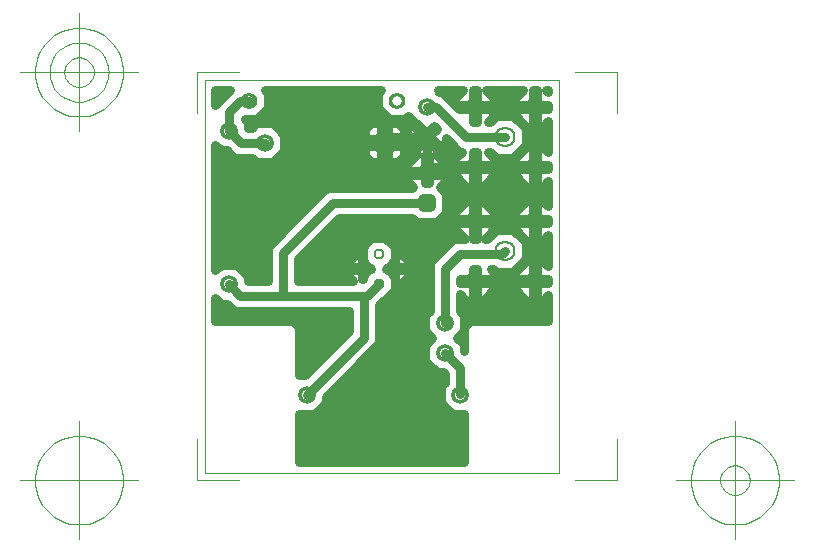
<source format=gbr>
G04 Generated by Ultiboard 10.0 *
%FSLAX25Y25*%
%MOIN*%

%ADD25C,0.03000*%
%ADD22C,0.00394*%
%ADD23C,0.00004*%
%ADD44C,0.06224X0.04724*%
%ADD45C,0.07012X0.05512*%
%ADD36C,0.05906X0.03543*%
%ADD34C,0.05512X0.03150*%
%ADD46C,0.03762X0.02362*%
%ADD37R,0.05906X0.05906X0.03543*%
%ADD38R,0.02083X0.02083X0.03917*%
%ADD18C,0.03917*%
%ADD29C,0.06334X0.03500*%


G04 ColorRGB 0000FF for the following layer *
%LNCopper Bottom*%
%LPD*%
%FSLAX25Y25*%
%MOIN*%
G54D25*
X3500Y122677D02*
X3500Y127500D01*
X3500Y127500D02*
X8323Y127500D01*
X8323Y127500D02*
X3500Y122677D01*
G36*
X3500Y122677D02*
X3500Y127500D01*
X8323Y127500D01*
X3500Y122677D01*
G37*
X3500Y122677D02*
X3500Y127500D01*
X3500Y127500D02*
X8323Y127500D01*
X8323Y127500D02*
X3500Y122677D01*
X21043Y122177D02*
X21043Y126591D01*
X21043Y126591D02*
X20135Y127500D01*
X20135Y127500D02*
X38500Y127500D01*
X38500Y127500D02*
X38500Y122177D01*
X38500Y122177D02*
X21043Y122177D01*
G36*
X21043Y122177D02*
X21043Y126591D01*
X20135Y127500D01*
X38500Y127500D01*
X38500Y122177D01*
X21043Y122177D01*
G37*
X21043Y122177D02*
X21043Y126591D01*
X21043Y126591D02*
X20135Y127500D01*
X20135Y127500D02*
X38500Y127500D01*
X38500Y127500D02*
X38500Y122177D01*
X38500Y122177D02*
X21043Y122177D01*
X55597Y116453D02*
X53547Y114403D01*
X53547Y114403D02*
X53547Y111101D01*
X53547Y111101D02*
X55597Y111101D01*
X55597Y111101D02*
X55597Y108899D01*
X55597Y108899D02*
X53547Y108899D01*
X53547Y108899D02*
X53547Y105597D01*
X53547Y105597D02*
X38500Y105597D01*
X38500Y105597D02*
X38500Y127500D01*
X38500Y127500D02*
X55597Y127500D01*
X55597Y127500D02*
X55597Y116453D01*
G36*
X55597Y116453D02*
X53547Y114403D01*
X53547Y111101D01*
X55597Y111101D01*
X55597Y108899D01*
X53547Y108899D01*
X53547Y105597D01*
X38500Y105597D01*
X38500Y127500D01*
X55597Y127500D01*
X55597Y116453D01*
G37*
X55597Y116453D02*
X53547Y114403D01*
X53547Y114403D02*
X53547Y111101D01*
X53547Y111101D02*
X55597Y111101D01*
X55597Y111101D02*
X55597Y108899D01*
X55597Y108899D02*
X53547Y108899D01*
X53547Y108899D02*
X53547Y105597D01*
X53547Y105597D02*
X38500Y105597D01*
X38500Y105597D02*
X38500Y127500D01*
X38500Y127500D02*
X55597Y127500D01*
X55597Y127500D02*
X55597Y116453D01*
X58653Y127500D02*
X57744Y126591D01*
X57744Y126591D02*
X57744Y121409D01*
X57744Y121409D02*
X61409Y117744D01*
X61409Y117744D02*
X64403Y117744D01*
X64403Y117744D02*
X64403Y116453D01*
X64403Y116453D02*
X61101Y116453D01*
X61101Y116453D02*
X61101Y111101D01*
X61101Y111101D02*
X64403Y111101D01*
X64403Y111101D02*
X64403Y108899D01*
X64403Y108899D02*
X61101Y108899D01*
X61101Y108899D02*
X61101Y105597D01*
X61101Y105597D02*
X58899Y105597D01*
X58899Y105597D02*
X58899Y108899D01*
X58899Y108899D02*
X55597Y108899D01*
X55597Y108899D02*
X55597Y111101D01*
X55597Y111101D02*
X58899Y111101D01*
X58899Y111101D02*
X58899Y116453D01*
X58899Y116453D02*
X55597Y116453D01*
X55597Y116453D02*
X55597Y127500D01*
X55597Y127500D02*
X58653Y127500D01*
G36*
X58653Y127500D02*
X57744Y126591D01*
X57744Y121409D01*
X61409Y117744D01*
X64403Y117744D01*
X64403Y116453D01*
X61101Y116453D01*
X61101Y111101D01*
X64403Y111101D01*
X64403Y108899D01*
X61101Y108899D01*
X61101Y105597D01*
X58899Y105597D01*
X58899Y108899D01*
X55597Y108899D01*
X55597Y111101D01*
X58899Y111101D01*
X58899Y116453D01*
X55597Y116453D01*
X55597Y127500D01*
X58653Y127500D01*
G37*
X58653Y127500D02*
X57744Y126591D01*
X57744Y126591D02*
X57744Y121409D01*
X57744Y121409D02*
X61409Y117744D01*
X61409Y117744D02*
X64403Y117744D01*
X64403Y117744D02*
X64403Y116453D01*
X64403Y116453D02*
X61101Y116453D01*
X61101Y116453D02*
X61101Y111101D01*
X61101Y111101D02*
X64403Y111101D01*
X64403Y111101D02*
X64403Y108899D01*
X64403Y108899D02*
X61101Y108899D01*
X61101Y108899D02*
X61101Y105597D01*
X61101Y105597D02*
X58899Y105597D01*
X58899Y105597D02*
X58899Y108899D01*
X58899Y108899D02*
X55597Y108899D01*
X55597Y108899D02*
X55597Y111101D01*
X55597Y111101D02*
X58899Y111101D01*
X58899Y111101D02*
X58899Y116453D01*
X58899Y116453D02*
X55597Y116453D01*
X55597Y116453D02*
X55597Y127500D01*
X55597Y127500D02*
X58653Y127500D01*
X78126Y127000D02*
X77626Y127500D01*
X77626Y127500D02*
X79500Y127500D01*
X79500Y127500D02*
X79500Y126571D01*
X79500Y126571D02*
X79071Y127000D01*
X79071Y127000D02*
X78126Y127000D01*
G36*
X78126Y127000D02*
X77626Y127500D01*
X79500Y127500D01*
X79500Y126571D01*
X79071Y127000D01*
X78126Y127000D01*
G37*
X78126Y127000D02*
X77626Y127500D01*
X77626Y127500D02*
X79500Y127500D01*
X79500Y127500D02*
X79500Y126571D01*
X79500Y126571D02*
X79071Y127000D01*
X79071Y127000D02*
X78126Y127000D01*
X86149Y127500D02*
X83388Y124739D01*
X83388Y124739D02*
X83388Y122685D01*
X83388Y122685D02*
X87261Y122685D01*
X87261Y122685D02*
X87261Y121315D01*
X87261Y121315D02*
X84756Y121315D01*
X84756Y121315D02*
X79500Y126571D01*
X79500Y126571D02*
X79500Y127500D01*
X79500Y127500D02*
X86149Y127500D01*
G36*
X86149Y127500D02*
X83388Y124739D01*
X83388Y122685D01*
X87261Y122685D01*
X87261Y121315D01*
X84756Y121315D01*
X79500Y126571D01*
X79500Y127500D01*
X86149Y127500D01*
G37*
X86149Y127500D02*
X83388Y124739D01*
X83388Y124739D02*
X83388Y122685D01*
X83388Y122685D02*
X87261Y122685D01*
X87261Y122685D02*
X87261Y121315D01*
X87261Y121315D02*
X84756Y121315D01*
X84756Y121315D02*
X79500Y126571D01*
X79500Y126571D02*
X79500Y127500D01*
X79500Y127500D02*
X86149Y127500D01*
X90685Y127500D02*
X90685Y122685D01*
X90685Y122685D02*
X92739Y122685D01*
X92739Y122685D02*
X92739Y121315D01*
X92739Y121315D02*
X90685Y121315D01*
X90685Y121315D02*
X90685Y119261D01*
X90685Y119261D02*
X89315Y119261D01*
X89315Y119261D02*
X89315Y121315D01*
X89315Y121315D02*
X87261Y121315D01*
X87261Y121315D02*
X87261Y122685D01*
X87261Y122685D02*
X89315Y122685D01*
X89315Y122685D02*
X89315Y127500D01*
X89315Y127500D02*
X90685Y127500D01*
G36*
X90685Y127500D02*
X90685Y122685D01*
X92739Y122685D01*
X92739Y121315D01*
X90685Y121315D01*
X90685Y119261D01*
X89315Y119261D01*
X89315Y121315D01*
X87261Y121315D01*
X87261Y122685D01*
X89315Y122685D01*
X89315Y127500D01*
X90685Y127500D01*
G37*
X90685Y127500D02*
X90685Y122685D01*
X90685Y122685D02*
X92739Y122685D01*
X92739Y122685D02*
X92739Y121315D01*
X92739Y121315D02*
X90685Y121315D01*
X90685Y121315D02*
X90685Y119261D01*
X90685Y119261D02*
X89315Y119261D01*
X89315Y119261D02*
X89315Y121315D01*
X89315Y121315D02*
X87261Y121315D01*
X87261Y121315D02*
X87261Y122685D01*
X87261Y122685D02*
X89315Y122685D01*
X89315Y122685D02*
X89315Y127500D01*
X89315Y127500D02*
X90685Y127500D01*
X106149Y127500D02*
X103388Y124739D01*
X103388Y124739D02*
X103388Y122685D01*
X103388Y122685D02*
X107261Y122685D01*
X107261Y122685D02*
X107261Y121315D01*
X107261Y121315D02*
X103388Y121315D01*
X103388Y121315D02*
X103388Y119261D01*
X103388Y119261D02*
X96612Y119261D01*
X96612Y119261D02*
X96612Y121315D01*
X96612Y121315D02*
X92739Y121315D01*
X92739Y121315D02*
X92739Y122685D01*
X92739Y122685D02*
X96612Y122685D01*
X96612Y122685D02*
X96612Y124739D01*
X96612Y124739D02*
X93851Y127500D01*
X93851Y127500D02*
X106149Y127500D01*
G36*
X106149Y127500D02*
X103388Y124739D01*
X103388Y122685D01*
X107261Y122685D01*
X107261Y121315D01*
X103388Y121315D01*
X103388Y119261D01*
X96612Y119261D01*
X96612Y121315D01*
X92739Y121315D01*
X92739Y122685D01*
X96612Y122685D01*
X96612Y124739D01*
X93851Y127500D01*
X106149Y127500D01*
G37*
X106149Y127500D02*
X103388Y124739D01*
X103388Y124739D02*
X103388Y122685D01*
X103388Y122685D02*
X107261Y122685D01*
X107261Y122685D02*
X107261Y121315D01*
X107261Y121315D02*
X103388Y121315D01*
X103388Y121315D02*
X103388Y119261D01*
X103388Y119261D02*
X96612Y119261D01*
X96612Y119261D02*
X96612Y121315D01*
X96612Y121315D02*
X92739Y121315D01*
X92739Y121315D02*
X92739Y122685D01*
X92739Y122685D02*
X96612Y122685D01*
X96612Y122685D02*
X96612Y124739D01*
X96612Y124739D02*
X93851Y127500D01*
X93851Y127500D02*
X106149Y127500D01*
X110685Y127500D02*
X110685Y124739D01*
X110685Y124739D02*
X109315Y124739D01*
X109315Y124739D02*
X109315Y127500D01*
X109315Y127500D02*
X110685Y127500D01*
G36*
X110685Y127500D02*
X110685Y124739D01*
X109315Y124739D01*
X109315Y127500D01*
X110685Y127500D01*
G37*
X110685Y127500D02*
X110685Y124739D01*
X110685Y124739D02*
X109315Y124739D01*
X109315Y124739D02*
X109315Y127500D01*
X109315Y127500D02*
X110685Y127500D01*
X110685Y124739D02*
X110685Y122685D01*
X110685Y122685D02*
X114500Y122685D01*
X114500Y122685D02*
X114500Y121315D01*
X114500Y121315D02*
X110685Y121315D01*
X110685Y121315D02*
X110685Y119261D01*
X110685Y119261D02*
X109315Y119261D01*
X109315Y119261D02*
X109315Y121315D01*
X109315Y121315D02*
X107261Y121315D01*
X107261Y121315D02*
X107261Y122685D01*
X107261Y122685D02*
X109315Y122685D01*
X109315Y122685D02*
X109315Y124739D01*
X109315Y124739D02*
X110685Y124739D01*
G36*
X110685Y124739D02*
X110685Y122685D01*
X114500Y122685D01*
X114500Y121315D01*
X110685Y121315D01*
X110685Y119261D01*
X109315Y119261D01*
X109315Y121315D01*
X107261Y121315D01*
X107261Y122685D01*
X109315Y122685D01*
X109315Y124739D01*
X110685Y124739D01*
G37*
X110685Y124739D02*
X110685Y122685D01*
X110685Y122685D02*
X114500Y122685D01*
X114500Y122685D02*
X114500Y121315D01*
X114500Y121315D02*
X110685Y121315D01*
X110685Y121315D02*
X110685Y119261D01*
X110685Y119261D02*
X109315Y119261D01*
X109315Y119261D02*
X109315Y121315D01*
X109315Y121315D02*
X107261Y121315D01*
X107261Y121315D02*
X107261Y122685D01*
X107261Y122685D02*
X109315Y122685D01*
X109315Y122685D02*
X109315Y124739D01*
X109315Y124739D02*
X110685Y124739D01*
X114500Y126851D02*
X113851Y127500D01*
X113851Y127500D02*
X114500Y127500D01*
X114500Y127500D02*
X114500Y126851D01*
G36*
X114500Y126851D02*
X113851Y127500D01*
X114500Y127500D01*
X114500Y126851D01*
G37*
X114500Y126851D02*
X113851Y127500D01*
X113851Y127500D02*
X114500Y127500D01*
X114500Y127500D02*
X114500Y126851D01*
X64403Y117744D02*
X66591Y117744D01*
X66591Y117744D02*
X67861Y119014D01*
X67861Y119014D02*
X71327Y115547D01*
X71327Y115547D02*
X71555Y115547D01*
X71555Y115547D02*
X74000Y113102D01*
X74000Y113102D02*
X74000Y112157D01*
X74000Y112157D02*
X73055Y112157D01*
X73055Y112157D02*
X68965Y116248D01*
X68965Y116248D02*
X67547Y114830D01*
X67547Y114830D02*
X67547Y112157D01*
X67547Y112157D02*
X66453Y112157D01*
X66453Y112157D02*
X66453Y114403D01*
X66453Y114403D02*
X64403Y116453D01*
X64403Y116453D02*
X64403Y117744D01*
G36*
X64403Y117744D02*
X66591Y117744D01*
X67861Y119014D01*
X71327Y115547D01*
X71555Y115547D01*
X74000Y113102D01*
X74000Y112157D01*
X73055Y112157D01*
X68965Y116248D01*
X67547Y114830D01*
X67547Y112157D01*
X66453Y112157D01*
X66453Y114403D01*
X64403Y116453D01*
X64403Y117744D01*
G37*
X64403Y117744D02*
X66591Y117744D01*
X66591Y117744D02*
X67861Y119014D01*
X67861Y119014D02*
X71327Y115547D01*
X71327Y115547D02*
X71555Y115547D01*
X71555Y115547D02*
X74000Y113102D01*
X74000Y113102D02*
X74000Y112157D01*
X74000Y112157D02*
X73055Y112157D01*
X73055Y112157D02*
X68965Y116248D01*
X68965Y116248D02*
X67547Y114830D01*
X67547Y114830D02*
X67547Y112157D01*
X67547Y112157D02*
X66453Y112157D01*
X66453Y112157D02*
X66453Y114403D01*
X66453Y114403D02*
X64403Y116453D01*
X64403Y116453D02*
X64403Y117744D01*
X70169Y105597D02*
X67333Y102762D01*
X67333Y102762D02*
X67333Y100690D01*
X67333Y100690D02*
X71238Y100690D01*
X71238Y100690D02*
X71238Y99310D01*
X71238Y99310D02*
X67333Y99310D01*
X67333Y99310D02*
X67333Y97238D01*
X67333Y97238D02*
X69384Y95187D01*
X69384Y95187D02*
X69198Y95000D01*
X69198Y95000D02*
X40679Y95000D01*
X40679Y95000D02*
X38500Y92821D01*
X38500Y92821D02*
X38500Y105597D01*
X38500Y105597D02*
X53547Y105597D01*
X53547Y105597D02*
X55597Y103547D01*
X55597Y103547D02*
X58899Y103547D01*
X58899Y103547D02*
X58899Y105597D01*
X58899Y105597D02*
X61101Y105597D01*
X61101Y105597D02*
X61101Y103547D01*
X61101Y103547D02*
X64403Y103547D01*
X64403Y103547D02*
X66453Y105597D01*
X66453Y105597D02*
X70169Y105597D01*
G36*
X70169Y105597D02*
X67333Y102762D01*
X67333Y100690D01*
X71238Y100690D01*
X71238Y99310D01*
X67333Y99310D01*
X67333Y97238D01*
X69384Y95187D01*
X69198Y95000D01*
X40679Y95000D01*
X38500Y92821D01*
X38500Y105597D01*
X53547Y105597D01*
X55597Y103547D01*
X58899Y103547D01*
X58899Y105597D01*
X61101Y105597D01*
X61101Y103547D01*
X64403Y103547D01*
X66453Y105597D01*
X70169Y105597D01*
G37*
X70169Y105597D02*
X67333Y102762D01*
X67333Y102762D02*
X67333Y100690D01*
X67333Y100690D02*
X71238Y100690D01*
X71238Y100690D02*
X71238Y99310D01*
X71238Y99310D02*
X67333Y99310D01*
X67333Y99310D02*
X67333Y97238D01*
X67333Y97238D02*
X69384Y95187D01*
X69384Y95187D02*
X69198Y95000D01*
X69198Y95000D02*
X40679Y95000D01*
X40679Y95000D02*
X38500Y92821D01*
X38500Y92821D02*
X38500Y105597D01*
X38500Y105597D02*
X53547Y105597D01*
X53547Y105597D02*
X55597Y103547D01*
X55597Y103547D02*
X58899Y103547D01*
X58899Y103547D02*
X58899Y105597D01*
X58899Y105597D02*
X61101Y105597D01*
X61101Y105597D02*
X61101Y103547D01*
X61101Y103547D02*
X64403Y103547D01*
X64403Y103547D02*
X66453Y105597D01*
X66453Y105597D02*
X70169Y105597D01*
X67547Y112157D02*
X67547Y109485D01*
X67547Y109485D02*
X68965Y108067D01*
X68965Y108067D02*
X73055Y112157D01*
X73055Y112157D02*
X74000Y112157D01*
X74000Y112157D02*
X74000Y111213D01*
X74000Y111213D02*
X69910Y107122D01*
X69910Y107122D02*
X70802Y106230D01*
X70802Y106230D02*
X70169Y105597D01*
X70169Y105597D02*
X66453Y105597D01*
X66453Y105597D02*
X66453Y108899D01*
X66453Y108899D02*
X64403Y108899D01*
X64403Y108899D02*
X64403Y111101D01*
X64403Y111101D02*
X66453Y111101D01*
X66453Y111101D02*
X66453Y112157D01*
X66453Y112157D02*
X67547Y112157D01*
G36*
X67547Y112157D02*
X67547Y109485D01*
X68965Y108067D01*
X73055Y112157D01*
X74000Y112157D01*
X74000Y111213D01*
X69910Y107122D01*
X70802Y106230D01*
X70169Y105597D01*
X66453Y105597D01*
X66453Y108899D01*
X64403Y108899D01*
X64403Y111101D01*
X66453Y111101D01*
X66453Y112157D01*
X67547Y112157D01*
G37*
X67547Y112157D02*
X67547Y109485D01*
X67547Y109485D02*
X68965Y108067D01*
X68965Y108067D02*
X73055Y112157D01*
X73055Y112157D02*
X74000Y112157D01*
X74000Y112157D02*
X74000Y111213D01*
X74000Y111213D02*
X69910Y107122D01*
X69910Y107122D02*
X70802Y106230D01*
X70802Y106230D02*
X70169Y105597D01*
X70169Y105597D02*
X66453Y105597D01*
X66453Y105597D02*
X66453Y108899D01*
X66453Y108899D02*
X64403Y108899D01*
X64403Y108899D02*
X64403Y111101D01*
X64403Y111101D02*
X66453Y111101D01*
X66453Y111101D02*
X66453Y112157D01*
X66453Y112157D02*
X67547Y112157D01*
X59939Y78381D02*
X55771Y78381D01*
X55771Y78381D02*
X55229Y77839D01*
X55229Y77839D02*
X55229Y85000D01*
X55229Y85000D02*
X59939Y85000D01*
X59939Y85000D02*
X59939Y78381D01*
G36*
X59939Y78381D02*
X55771Y78381D01*
X55229Y77839D01*
X55229Y85000D01*
X59939Y85000D01*
X59939Y78381D01*
G37*
X59939Y78381D02*
X55771Y78381D01*
X55771Y78381D02*
X55229Y77839D01*
X55229Y77839D02*
X55229Y85000D01*
X55229Y85000D02*
X59939Y85000D01*
X59939Y85000D02*
X59939Y78381D01*
X65229Y73381D02*
X63557Y73381D01*
X63557Y73381D02*
X63557Y68557D01*
X63557Y68557D02*
X65229Y68557D01*
X65229Y68557D02*
X65229Y67443D01*
X65229Y67443D02*
X63557Y67443D01*
X63557Y67443D02*
X63557Y62619D01*
X63557Y62619D02*
X65229Y62619D01*
X65229Y62619D02*
X65229Y61071D01*
X65229Y61071D02*
X63381Y61071D01*
X63381Y61071D02*
X63381Y65229D01*
X63381Y65229D02*
X62443Y66167D01*
X62443Y66167D02*
X62443Y67443D01*
X62443Y67443D02*
X61167Y67443D01*
X61167Y67443D02*
X60610Y68000D01*
X60610Y68000D02*
X61167Y68557D01*
X61167Y68557D02*
X62443Y68557D01*
X62443Y68557D02*
X62443Y69833D01*
X62443Y69833D02*
X63381Y70771D01*
X63381Y70771D02*
X63381Y75229D01*
X63381Y75229D02*
X60229Y78381D01*
X60229Y78381D02*
X59939Y78381D01*
X59939Y78381D02*
X59939Y85000D01*
X59939Y85000D02*
X65229Y85000D01*
X65229Y85000D02*
X65229Y73381D01*
G36*
X65229Y73381D02*
X63557Y73381D01*
X63557Y68557D01*
X65229Y68557D01*
X65229Y67443D01*
X63557Y67443D01*
X63557Y62619D01*
X65229Y62619D01*
X65229Y61071D01*
X63381Y61071D01*
X63381Y65229D01*
X62443Y66167D01*
X62443Y67443D01*
X61167Y67443D01*
X60610Y68000D01*
X61167Y68557D01*
X62443Y68557D01*
X62443Y69833D01*
X63381Y70771D01*
X63381Y75229D01*
X60229Y78381D01*
X59939Y78381D01*
X59939Y85000D01*
X65229Y85000D01*
X65229Y73381D01*
G37*
X65229Y73381D02*
X63557Y73381D01*
X63557Y73381D02*
X63557Y68557D01*
X63557Y68557D02*
X65229Y68557D01*
X65229Y68557D02*
X65229Y67443D01*
X65229Y67443D02*
X63557Y67443D01*
X63557Y67443D02*
X63557Y62619D01*
X63557Y62619D02*
X65229Y62619D01*
X65229Y62619D02*
X65229Y61071D01*
X65229Y61071D02*
X63381Y61071D01*
X63381Y61071D02*
X63381Y65229D01*
X63381Y65229D02*
X62443Y66167D01*
X62443Y66167D02*
X62443Y67443D01*
X62443Y67443D02*
X61167Y67443D01*
X61167Y67443D02*
X60610Y68000D01*
X60610Y68000D02*
X61167Y68557D01*
X61167Y68557D02*
X62443Y68557D01*
X62443Y68557D02*
X62443Y69833D01*
X62443Y69833D02*
X63381Y70771D01*
X63381Y70771D02*
X63381Y75229D01*
X63381Y75229D02*
X60229Y78381D01*
X60229Y78381D02*
X59939Y78381D01*
X59939Y78381D02*
X59939Y85000D01*
X59939Y85000D02*
X65229Y85000D01*
X65229Y85000D02*
X65229Y73381D01*
X69198Y85000D02*
X70698Y83500D01*
X70698Y83500D02*
X77302Y83500D01*
X77302Y83500D02*
X79500Y85698D01*
X79500Y85698D02*
X79500Y74571D01*
X79500Y74571D02*
X75000Y70071D01*
X75000Y70071D02*
X75000Y61071D01*
X75000Y61071D02*
X65229Y61071D01*
X65229Y61071D02*
X65229Y62619D01*
X65229Y62619D02*
X68381Y65771D01*
X68381Y65771D02*
X68381Y67443D01*
X68381Y67443D02*
X65229Y67443D01*
X65229Y67443D02*
X65229Y68557D01*
X65229Y68557D02*
X68381Y68557D01*
X68381Y68557D02*
X68381Y70229D01*
X68381Y70229D02*
X65229Y73381D01*
X65229Y73381D02*
X65229Y85000D01*
X65229Y85000D02*
X69198Y85000D01*
G36*
X69198Y85000D02*
X70698Y83500D01*
X77302Y83500D01*
X79500Y85698D01*
X79500Y74571D01*
X75000Y70071D01*
X75000Y61071D01*
X65229Y61071D01*
X65229Y62619D01*
X68381Y65771D01*
X68381Y67443D01*
X65229Y67443D01*
X65229Y68557D01*
X68381Y68557D01*
X68381Y70229D01*
X65229Y73381D01*
X65229Y85000D01*
X69198Y85000D01*
G37*
X69198Y85000D02*
X70698Y83500D01*
X70698Y83500D02*
X77302Y83500D01*
X77302Y83500D02*
X79500Y85698D01*
X79500Y85698D02*
X79500Y74571D01*
X79500Y74571D02*
X75000Y70071D01*
X75000Y70071D02*
X75000Y61071D01*
X75000Y61071D02*
X65229Y61071D01*
X65229Y61071D02*
X65229Y62619D01*
X65229Y62619D02*
X68381Y65771D01*
X68381Y65771D02*
X68381Y67443D01*
X68381Y67443D02*
X65229Y67443D01*
X65229Y67443D02*
X65229Y68557D01*
X65229Y68557D02*
X68381Y68557D01*
X68381Y68557D02*
X68381Y70229D01*
X68381Y70229D02*
X65229Y73381D01*
X65229Y73381D02*
X65229Y85000D01*
X65229Y85000D02*
X69198Y85000D01*
X59690Y57619D02*
X60229Y57619D01*
X60229Y57619D02*
X63381Y60771D01*
X63381Y60771D02*
X63381Y61071D01*
X63381Y61071D02*
X75000Y61071D01*
X75000Y61071D02*
X75000Y53968D01*
X75000Y53968D02*
X73547Y52515D01*
X73547Y52515D02*
X73547Y47170D01*
X73547Y47170D02*
X75796Y44921D01*
X75796Y44921D02*
X73708Y42833D01*
X73708Y42833D02*
X57904Y42833D01*
X57904Y42833D02*
X58000Y42929D01*
X58000Y42929D02*
X58000Y55929D01*
X58000Y55929D02*
X59690Y57619D01*
G36*
X59690Y57619D02*
X60229Y57619D01*
X63381Y60771D01*
X63381Y61071D01*
X75000Y61071D01*
X75000Y53968D01*
X73547Y52515D01*
X73547Y47170D01*
X75796Y44921D01*
X73708Y42833D01*
X57904Y42833D01*
X58000Y42929D01*
X58000Y55929D01*
X59690Y57619D01*
G37*
X59690Y57619D02*
X60229Y57619D01*
X60229Y57619D02*
X63381Y60771D01*
X63381Y60771D02*
X63381Y61071D01*
X63381Y61071D02*
X75000Y61071D01*
X75000Y61071D02*
X75000Y53968D01*
X75000Y53968D02*
X73547Y52515D01*
X73547Y52515D02*
X73547Y47170D01*
X73547Y47170D02*
X75796Y44921D01*
X75796Y44921D02*
X73708Y42833D01*
X73708Y42833D02*
X57904Y42833D01*
X57904Y42833D02*
X58000Y42929D01*
X58000Y42929D02*
X58000Y55929D01*
X58000Y55929D02*
X59690Y57619D01*
X38500Y21374D02*
X40453Y23327D01*
X40453Y23327D02*
X40453Y25382D01*
X40453Y25382D02*
X57904Y42833D01*
X57904Y42833D02*
X73708Y42833D01*
X73708Y42833D02*
X73547Y42673D01*
X73547Y42673D02*
X73547Y37327D01*
X73547Y37327D02*
X77327Y33547D01*
X77327Y33547D02*
X79382Y33547D01*
X79382Y33547D02*
X79500Y33429D01*
X79500Y33429D02*
X79500Y29444D01*
X79500Y29444D02*
X78728Y28673D01*
X78728Y28673D02*
X78728Y23327D01*
X78728Y23327D02*
X79500Y22556D01*
X79500Y22556D02*
X79500Y3500D01*
X79500Y3500D02*
X38500Y3500D01*
X38500Y3500D02*
X38500Y21374D01*
G36*
X38500Y21374D02*
X40453Y23327D01*
X40453Y25382D01*
X57904Y42833D01*
X73708Y42833D01*
X73547Y42673D01*
X73547Y37327D01*
X77327Y33547D01*
X79382Y33547D01*
X79500Y33429D01*
X79500Y29444D01*
X78728Y28673D01*
X78728Y23327D01*
X79500Y22556D01*
X79500Y3500D01*
X38500Y3500D01*
X38500Y21374D01*
G37*
X38500Y21374D02*
X40453Y23327D01*
X40453Y23327D02*
X40453Y25382D01*
X40453Y25382D02*
X57904Y42833D01*
X57904Y42833D02*
X73708Y42833D01*
X73708Y42833D02*
X73547Y42673D01*
X73547Y42673D02*
X73547Y37327D01*
X73547Y37327D02*
X77327Y33547D01*
X77327Y33547D02*
X79382Y33547D01*
X79382Y33547D02*
X79500Y33429D01*
X79500Y33429D02*
X79500Y29444D01*
X79500Y29444D02*
X78728Y28673D01*
X78728Y28673D02*
X78728Y23327D01*
X78728Y23327D02*
X79500Y22556D01*
X79500Y22556D02*
X79500Y3500D01*
X79500Y3500D02*
X38500Y3500D01*
X38500Y3500D02*
X38500Y21374D01*
X14453Y64890D02*
X14453Y65492D01*
X14453Y65492D02*
X10673Y69272D01*
X10673Y69272D02*
X5327Y69272D01*
X5327Y69272D02*
X3500Y67444D01*
X3500Y67444D02*
X3500Y88167D01*
X3500Y88167D02*
X33846Y88167D01*
X33846Y88167D02*
X21000Y75321D01*
X21000Y75321D02*
X21000Y64890D01*
X21000Y64890D02*
X14453Y64890D01*
G36*
X14453Y64890D02*
X14453Y65492D01*
X10673Y69272D01*
X5327Y69272D01*
X3500Y67444D01*
X3500Y88167D01*
X33846Y88167D01*
X21000Y75321D01*
X21000Y64890D01*
X14453Y64890D01*
G37*
X14453Y64890D02*
X14453Y65492D01*
X14453Y65492D02*
X10673Y69272D01*
X10673Y69272D02*
X5327Y69272D01*
X5327Y69272D02*
X3500Y67444D01*
X3500Y67444D02*
X3500Y88167D01*
X3500Y88167D02*
X33846Y88167D01*
X33846Y88167D02*
X21000Y75321D01*
X21000Y75321D02*
X21000Y64890D01*
X21000Y64890D02*
X14453Y64890D01*
X14453Y64000D02*
X14453Y64890D01*
X14453Y64890D02*
X21000Y64890D01*
X21000Y64890D02*
X21000Y64000D01*
X21000Y64000D02*
X14453Y64000D01*
G36*
X14453Y64000D02*
X14453Y64890D01*
X21000Y64890D01*
X21000Y64000D01*
X14453Y64000D01*
G37*
X14453Y64000D02*
X14453Y64890D01*
X14453Y64890D02*
X21000Y64890D01*
X21000Y64890D02*
X21000Y64000D01*
X21000Y64000D02*
X14453Y64000D01*
X31000Y64890D02*
X31000Y71179D01*
X31000Y71179D02*
X38500Y78679D01*
X38500Y78679D02*
X38500Y64890D01*
X38500Y64890D02*
X31000Y64890D01*
G36*
X31000Y64890D02*
X31000Y71179D01*
X38500Y78679D01*
X38500Y64890D01*
X31000Y64890D01*
G37*
X31000Y64890D02*
X31000Y71179D01*
X31000Y71179D02*
X38500Y78679D01*
X38500Y78679D02*
X38500Y64890D01*
X38500Y64890D02*
X31000Y64890D01*
X31000Y64000D02*
X31000Y64890D01*
X31000Y64890D02*
X38500Y64890D01*
X38500Y64890D02*
X38500Y64000D01*
X38500Y64000D02*
X31000Y64000D01*
G36*
X31000Y64000D02*
X31000Y64890D01*
X38500Y64890D01*
X38500Y64000D01*
X31000Y64000D01*
G37*
X31000Y64000D02*
X31000Y64890D01*
X31000Y64890D02*
X38500Y64890D01*
X38500Y64890D02*
X38500Y64000D01*
X38500Y64000D02*
X31000Y64000D01*
X50771Y73381D02*
X47619Y70229D01*
X47619Y70229D02*
X47619Y68557D01*
X47619Y68557D02*
X50771Y68557D01*
X50771Y68557D02*
X50771Y67443D01*
X50771Y67443D02*
X47619Y67443D01*
X47619Y67443D02*
X47619Y65771D01*
X47619Y65771D02*
X49390Y64000D01*
X49390Y64000D02*
X38500Y64000D01*
X38500Y64000D02*
X38500Y78679D01*
X38500Y78679D02*
X44821Y85000D01*
X44821Y85000D02*
X50771Y85000D01*
X50771Y85000D02*
X50771Y73381D01*
G36*
X50771Y73381D02*
X47619Y70229D01*
X47619Y68557D01*
X50771Y68557D01*
X50771Y67443D01*
X47619Y67443D01*
X47619Y65771D01*
X49390Y64000D01*
X38500Y64000D01*
X38500Y78679D01*
X44821Y85000D01*
X50771Y85000D01*
X50771Y73381D01*
G37*
X50771Y73381D02*
X47619Y70229D01*
X47619Y70229D02*
X47619Y68557D01*
X47619Y68557D02*
X50771Y68557D01*
X50771Y68557D02*
X50771Y67443D01*
X50771Y67443D02*
X47619Y67443D01*
X47619Y67443D02*
X47619Y65771D01*
X47619Y65771D02*
X49390Y64000D01*
X49390Y64000D02*
X38500Y64000D01*
X38500Y64000D02*
X38500Y78679D01*
X38500Y78679D02*
X44821Y85000D01*
X44821Y85000D02*
X50771Y85000D01*
X50771Y85000D02*
X50771Y73381D01*
X53557Y66167D02*
X52619Y65229D01*
X52619Y65229D02*
X52619Y64690D01*
X52619Y64690D02*
X52443Y64514D01*
X52443Y64514D02*
X52443Y67443D01*
X52443Y67443D02*
X50771Y67443D01*
X50771Y67443D02*
X50771Y68557D01*
X50771Y68557D02*
X52443Y68557D01*
X52443Y68557D02*
X52443Y73381D01*
X52443Y73381D02*
X50771Y73381D01*
X50771Y73381D02*
X50771Y85000D01*
X50771Y85000D02*
X55229Y85000D01*
X55229Y85000D02*
X55229Y77839D01*
X55229Y77839D02*
X52619Y75229D01*
X52619Y75229D02*
X52619Y70771D01*
X52619Y70771D02*
X53557Y69833D01*
X53557Y69833D02*
X53557Y68557D01*
X53557Y68557D02*
X54833Y68557D01*
X54833Y68557D02*
X55229Y68161D01*
X55229Y68161D02*
X55229Y67839D01*
X55229Y67839D02*
X54833Y67443D01*
X54833Y67443D02*
X53557Y67443D01*
X53557Y67443D02*
X53557Y66167D01*
G36*
X53557Y66167D02*
X52619Y65229D01*
X52619Y64690D01*
X52443Y64514D01*
X52443Y67443D01*
X50771Y67443D01*
X50771Y68557D01*
X52443Y68557D01*
X52443Y73381D01*
X50771Y73381D01*
X50771Y85000D01*
X55229Y85000D01*
X55229Y77839D01*
X52619Y75229D01*
X52619Y70771D01*
X53557Y69833D01*
X53557Y68557D01*
X54833Y68557D01*
X55229Y68161D01*
X55229Y67839D01*
X54833Y67443D01*
X53557Y67443D01*
X53557Y66167D01*
G37*
X53557Y66167D02*
X52619Y65229D01*
X52619Y65229D02*
X52619Y64690D01*
X52619Y64690D02*
X52443Y64514D01*
X52443Y64514D02*
X52443Y67443D01*
X52443Y67443D02*
X50771Y67443D01*
X50771Y67443D02*
X50771Y68557D01*
X50771Y68557D02*
X52443Y68557D01*
X52443Y68557D02*
X52443Y73381D01*
X52443Y73381D02*
X50771Y73381D01*
X50771Y73381D02*
X50771Y85000D01*
X50771Y85000D02*
X55229Y85000D01*
X55229Y85000D02*
X55229Y77839D01*
X55229Y77839D02*
X52619Y75229D01*
X52619Y75229D02*
X52619Y70771D01*
X52619Y70771D02*
X53557Y69833D01*
X53557Y69833D02*
X53557Y68557D01*
X53557Y68557D02*
X54833Y68557D01*
X54833Y68557D02*
X55229Y68161D01*
X55229Y68161D02*
X55229Y67839D01*
X55229Y67839D02*
X54833Y67443D01*
X54833Y67443D02*
X53557Y67443D01*
X53557Y67443D02*
X53557Y66167D01*
X3500Y58193D02*
X5327Y56366D01*
X5327Y56366D02*
X7382Y56366D01*
X7382Y56366D02*
X9748Y54000D01*
X9748Y54000D02*
X38500Y54000D01*
X38500Y54000D02*
X38500Y42833D01*
X38500Y42833D02*
X31500Y42833D01*
X31500Y42833D02*
X31500Y48450D01*
X31500Y48450D02*
X29450Y50500D01*
X29450Y50500D02*
X3500Y50500D01*
X3500Y50500D02*
X3500Y58193D01*
G36*
X3500Y58193D02*
X5327Y56366D01*
X7382Y56366D01*
X9748Y54000D01*
X38500Y54000D01*
X38500Y42833D01*
X31500Y42833D01*
X31500Y48450D01*
X29450Y50500D01*
X3500Y50500D01*
X3500Y58193D01*
G37*
X3500Y58193D02*
X5327Y56366D01*
X5327Y56366D02*
X7382Y56366D01*
X7382Y56366D02*
X9748Y54000D01*
X9748Y54000D02*
X38500Y54000D01*
X38500Y54000D02*
X38500Y42833D01*
X38500Y42833D02*
X31500Y42833D01*
X31500Y42833D02*
X31500Y48450D01*
X31500Y48450D02*
X29450Y50500D01*
X29450Y50500D02*
X3500Y50500D01*
X3500Y50500D02*
X3500Y58193D01*
X33382Y32453D02*
X31500Y32453D01*
X31500Y32453D02*
X31500Y42833D01*
X31500Y42833D02*
X38500Y42833D01*
X38500Y42833D02*
X38500Y37571D01*
X38500Y37571D02*
X33382Y32453D01*
G36*
X33382Y32453D02*
X31500Y32453D01*
X31500Y42833D01*
X38500Y42833D01*
X38500Y37571D01*
X33382Y32453D01*
G37*
X33382Y32453D02*
X31500Y32453D01*
X31500Y32453D02*
X31500Y42833D01*
X31500Y42833D02*
X38500Y42833D01*
X38500Y42833D02*
X38500Y37571D01*
X38500Y37571D02*
X33382Y32453D01*
X31500Y19547D02*
X36673Y19547D01*
X36673Y19547D02*
X38500Y21374D01*
X38500Y21374D02*
X38500Y3500D01*
X38500Y3500D02*
X31500Y3500D01*
X31500Y3500D02*
X31500Y19547D01*
G36*
X31500Y19547D02*
X36673Y19547D01*
X38500Y21374D01*
X38500Y3500D01*
X31500Y3500D01*
X31500Y19547D01*
G37*
X31500Y19547D02*
X36673Y19547D01*
X36673Y19547D02*
X38500Y21374D01*
X38500Y21374D02*
X38500Y3500D01*
X38500Y3500D02*
X31500Y3500D01*
X31500Y3500D02*
X31500Y19547D01*
X48000Y47071D02*
X43762Y42833D01*
X43762Y42833D02*
X38500Y42833D01*
X38500Y42833D02*
X38500Y54000D01*
X38500Y54000D02*
X48000Y54000D01*
X48000Y54000D02*
X48000Y47071D01*
G36*
X48000Y47071D02*
X43762Y42833D01*
X38500Y42833D01*
X38500Y54000D01*
X48000Y54000D01*
X48000Y47071D01*
G37*
X48000Y47071D02*
X43762Y42833D01*
X43762Y42833D02*
X38500Y42833D01*
X38500Y42833D02*
X38500Y54000D01*
X38500Y54000D02*
X48000Y54000D01*
X48000Y54000D02*
X48000Y47071D01*
X43762Y42833D02*
X38500Y37571D01*
X38500Y37571D02*
X38500Y42833D01*
X38500Y42833D02*
X43762Y42833D01*
G36*
X43762Y42833D02*
X38500Y37571D01*
X38500Y42833D01*
X43762Y42833D01*
G37*
X43762Y42833D02*
X38500Y37571D01*
X38500Y37571D02*
X38500Y42833D01*
X38500Y42833D02*
X43762Y42833D01*
X13381Y117744D02*
X17379Y117744D01*
X17379Y117744D02*
X21043Y121409D01*
X21043Y121409D02*
X21043Y122177D01*
X21043Y122177D02*
X38500Y122177D01*
X38500Y122177D02*
X38500Y116071D01*
X38500Y116071D02*
X23055Y116071D01*
X23055Y116071D02*
X22673Y116453D01*
X22673Y116453D02*
X17327Y116453D01*
X17327Y116453D02*
X16945Y116071D01*
X16945Y116071D02*
X14453Y116071D01*
X14453Y116071D02*
X14453Y116673D01*
X14453Y116673D02*
X13381Y117744D01*
G36*
X13381Y117744D02*
X17379Y117744D01*
X21043Y121409D01*
X21043Y122177D01*
X38500Y122177D01*
X38500Y116071D01*
X23055Y116071D01*
X22673Y116453D01*
X17327Y116453D01*
X16945Y116071D01*
X14453Y116071D01*
X14453Y116673D01*
X13381Y117744D01*
G37*
X13381Y117744D02*
X17379Y117744D01*
X17379Y117744D02*
X21043Y121409D01*
X21043Y121409D02*
X21043Y122177D01*
X21043Y122177D02*
X38500Y122177D01*
X38500Y122177D02*
X38500Y116071D01*
X38500Y116071D02*
X23055Y116071D01*
X23055Y116071D02*
X22673Y116453D01*
X22673Y116453D02*
X17327Y116453D01*
X17327Y116453D02*
X16945Y116071D01*
X16945Y116071D02*
X14453Y116071D01*
X14453Y116071D02*
X14453Y116673D01*
X14453Y116673D02*
X13381Y117744D01*
X22184Y103547D02*
X22673Y103547D01*
X22673Y103547D02*
X26453Y107327D01*
X26453Y107327D02*
X26453Y112673D01*
X26453Y112673D02*
X23055Y116071D01*
X23055Y116071D02*
X38500Y116071D01*
X38500Y116071D02*
X38500Y92821D01*
X38500Y92821D02*
X33846Y88167D01*
X33846Y88167D02*
X22184Y88167D01*
X22184Y88167D02*
X22184Y103547D01*
G36*
X22184Y103547D02*
X22673Y103547D01*
X26453Y107327D01*
X26453Y112673D01*
X23055Y116071D01*
X38500Y116071D01*
X38500Y92821D01*
X33846Y88167D01*
X22184Y88167D01*
X22184Y103547D01*
G37*
X22184Y103547D02*
X22673Y103547D01*
X22673Y103547D02*
X26453Y107327D01*
X26453Y107327D02*
X26453Y112673D01*
X26453Y112673D02*
X23055Y116071D01*
X23055Y116071D02*
X38500Y116071D01*
X38500Y116071D02*
X38500Y92821D01*
X38500Y92821D02*
X33846Y88167D01*
X33846Y88167D02*
X22184Y88167D01*
X22184Y88167D02*
X22184Y103547D01*
X3500Y109374D02*
X5327Y107547D01*
X5327Y107547D02*
X7382Y107547D01*
X7382Y107547D02*
X7929Y107000D01*
X7929Y107000D02*
X9929Y105000D01*
X9929Y105000D02*
X9929Y88167D01*
X9929Y88167D02*
X3500Y88167D01*
X3500Y88167D02*
X3500Y109374D01*
G36*
X3500Y109374D02*
X5327Y107547D01*
X7382Y107547D01*
X7929Y107000D01*
X9929Y105000D01*
X9929Y88167D01*
X3500Y88167D01*
X3500Y109374D01*
G37*
X3500Y109374D02*
X5327Y107547D01*
X5327Y107547D02*
X7382Y107547D01*
X7382Y107547D02*
X7929Y107000D01*
X7929Y107000D02*
X9929Y105000D01*
X9929Y105000D02*
X9929Y88167D01*
X9929Y88167D02*
X3500Y88167D01*
X3500Y88167D02*
X3500Y109374D01*
X15874Y105000D02*
X17327Y103547D01*
X17327Y103547D02*
X22184Y103547D01*
X22184Y103547D02*
X22184Y88167D01*
X22184Y88167D02*
X9929Y88167D01*
X9929Y88167D02*
X9929Y105000D01*
X9929Y105000D02*
X15874Y105000D01*
G36*
X15874Y105000D02*
X17327Y103547D01*
X22184Y103547D01*
X22184Y88167D01*
X9929Y88167D01*
X9929Y105000D01*
X15874Y105000D01*
G37*
X15874Y105000D02*
X17327Y103547D01*
X17327Y103547D02*
X22184Y103547D01*
X22184Y103547D02*
X22184Y88167D01*
X22184Y88167D02*
X9929Y88167D01*
X9929Y88167D02*
X9929Y105000D01*
X9929Y105000D02*
X15874Y105000D01*
X16945Y116071D02*
X15874Y115000D01*
X15874Y115000D02*
X14453Y115000D01*
X14453Y115000D02*
X14453Y116071D01*
X14453Y116071D02*
X16945Y116071D01*
G36*
X16945Y116071D02*
X15874Y115000D01*
X14453Y115000D01*
X14453Y116071D01*
X16945Y116071D01*
G37*
X16945Y116071D02*
X15874Y115000D01*
X15874Y115000D02*
X14453Y115000D01*
X14453Y115000D02*
X14453Y116071D01*
X14453Y116071D02*
X16945Y116071D01*
X55390Y68000D02*
X55229Y67839D01*
X55229Y67839D02*
X55229Y68161D01*
X55229Y68161D02*
X55390Y68000D01*
G36*
X55390Y68000D02*
X55229Y67839D01*
X55229Y68161D01*
X55390Y68000D01*
G37*
X55390Y68000D02*
X55229Y67839D01*
X55229Y67839D02*
X55229Y68161D01*
X55229Y68161D02*
X55390Y68000D01*
X85000Y59649D02*
X87261Y57388D01*
X87261Y57388D02*
X89315Y57388D01*
X89315Y57388D02*
X89315Y61261D01*
X89315Y61261D02*
X90685Y61261D01*
X90685Y61261D02*
X90685Y57388D01*
X90685Y57388D02*
X92739Y57388D01*
X92739Y57388D02*
X92739Y50500D01*
X92739Y50500D02*
X88550Y50500D01*
X88550Y50500D02*
X86500Y48450D01*
X86500Y48450D02*
X86500Y42833D01*
X86500Y42833D02*
X86292Y42833D01*
X86292Y42833D02*
X84204Y44921D01*
X84204Y44921D02*
X86453Y47170D01*
X86453Y47170D02*
X86453Y52515D01*
X86453Y52515D02*
X85000Y53968D01*
X85000Y53968D02*
X85000Y59649D01*
G36*
X85000Y59649D02*
X87261Y57388D01*
X89315Y57388D01*
X89315Y61261D01*
X90685Y61261D01*
X90685Y57388D01*
X92739Y57388D01*
X92739Y50500D01*
X88550Y50500D01*
X86500Y48450D01*
X86500Y42833D01*
X86292Y42833D01*
X84204Y44921D01*
X86453Y47170D01*
X86453Y52515D01*
X85000Y53968D01*
X85000Y59649D01*
G37*
X85000Y59649D02*
X87261Y57388D01*
X87261Y57388D02*
X89315Y57388D01*
X89315Y57388D02*
X89315Y61261D01*
X89315Y61261D02*
X90685Y61261D01*
X90685Y61261D02*
X90685Y57388D01*
X90685Y57388D02*
X92739Y57388D01*
X92739Y57388D02*
X92739Y50500D01*
X92739Y50500D02*
X88550Y50500D01*
X88550Y50500D02*
X86500Y48450D01*
X86500Y48450D02*
X86500Y42833D01*
X86500Y42833D02*
X86292Y42833D01*
X86292Y42833D02*
X84204Y44921D01*
X84204Y44921D02*
X86453Y47170D01*
X86453Y47170D02*
X86453Y52515D01*
X86453Y52515D02*
X85000Y53968D01*
X85000Y53968D02*
X85000Y59649D01*
X110685Y66739D02*
X110685Y64685D01*
X110685Y64685D02*
X114500Y64685D01*
X114500Y64685D02*
X114500Y63315D01*
X114500Y63315D02*
X110685Y63315D01*
X110685Y63315D02*
X110685Y61261D01*
X110685Y61261D02*
X109315Y61261D01*
X109315Y61261D02*
X109315Y63315D01*
X109315Y63315D02*
X103388Y63315D01*
X103388Y63315D02*
X103388Y61261D01*
X103388Y61261D02*
X102071Y61261D01*
X102071Y61261D02*
X102071Y66739D01*
X102071Y66739D02*
X103388Y66739D01*
X103388Y66739D02*
X103388Y64685D01*
X103388Y64685D02*
X109315Y64685D01*
X109315Y64685D02*
X109315Y66739D01*
X109315Y66739D02*
X110685Y66739D01*
G36*
X110685Y66739D02*
X110685Y64685D01*
X114500Y64685D01*
X114500Y63315D01*
X110685Y63315D01*
X110685Y61261D01*
X109315Y61261D01*
X109315Y63315D01*
X103388Y63315D01*
X103388Y61261D01*
X102071Y61261D01*
X102071Y66739D01*
X103388Y66739D01*
X103388Y64685D01*
X109315Y64685D01*
X109315Y66739D01*
X110685Y66739D01*
G37*
X110685Y66739D02*
X110685Y64685D01*
X110685Y64685D02*
X114500Y64685D01*
X114500Y64685D02*
X114500Y63315D01*
X114500Y63315D02*
X110685Y63315D01*
X110685Y63315D02*
X110685Y61261D01*
X110685Y61261D02*
X109315Y61261D01*
X109315Y61261D02*
X109315Y63315D01*
X109315Y63315D02*
X103388Y63315D01*
X103388Y63315D02*
X103388Y61261D01*
X103388Y61261D02*
X102071Y61261D01*
X102071Y61261D02*
X102071Y66739D01*
X102071Y66739D02*
X103388Y66739D01*
X103388Y66739D02*
X103388Y64685D01*
X103388Y64685D02*
X109315Y64685D01*
X109315Y64685D02*
X109315Y66739D01*
X109315Y66739D02*
X110685Y66739D01*
X103388Y61261D02*
X107261Y57388D01*
X107261Y57388D02*
X109315Y57388D01*
X109315Y57388D02*
X109315Y61261D01*
X109315Y61261D02*
X110685Y61261D01*
X110685Y61261D02*
X110685Y57388D01*
X110685Y57388D02*
X112739Y57388D01*
X112739Y57388D02*
X114500Y59149D01*
X114500Y59149D02*
X114500Y50500D01*
X114500Y50500D02*
X102071Y50500D01*
X102071Y50500D02*
X102071Y61261D01*
X102071Y61261D02*
X103388Y61261D01*
G36*
X103388Y61261D02*
X107261Y57388D01*
X109315Y57388D01*
X109315Y61261D01*
X110685Y61261D01*
X110685Y57388D01*
X112739Y57388D01*
X114500Y59149D01*
X114500Y50500D01*
X102071Y50500D01*
X102071Y61261D01*
X103388Y61261D01*
G37*
X103388Y61261D02*
X107261Y57388D01*
X107261Y57388D02*
X109315Y57388D01*
X109315Y57388D02*
X109315Y61261D01*
X109315Y61261D02*
X110685Y61261D01*
X110685Y61261D02*
X110685Y57388D01*
X110685Y57388D02*
X112739Y57388D01*
X112739Y57388D02*
X114500Y59149D01*
X114500Y59149D02*
X114500Y50500D01*
X114500Y50500D02*
X102071Y50500D01*
X102071Y50500D02*
X102071Y61261D01*
X102071Y61261D02*
X103388Y61261D01*
X85000Y64685D02*
X87261Y64685D01*
X87261Y64685D02*
X87261Y63315D01*
X87261Y63315D02*
X85000Y63315D01*
X85000Y63315D02*
X85000Y64685D01*
G36*
X85000Y64685D02*
X87261Y64685D01*
X87261Y63315D01*
X85000Y63315D01*
X85000Y64685D01*
G37*
X85000Y64685D02*
X87261Y64685D01*
X87261Y64685D02*
X87261Y63315D01*
X87261Y63315D02*
X85000Y63315D01*
X85000Y63315D02*
X85000Y64685D01*
X90685Y68000D02*
X90685Y64685D01*
X90685Y64685D02*
X92739Y64685D01*
X92739Y64685D02*
X92739Y63315D01*
X92739Y63315D02*
X90685Y63315D01*
X90685Y63315D02*
X90685Y61261D01*
X90685Y61261D02*
X89315Y61261D01*
X89315Y61261D02*
X89315Y63315D01*
X89315Y63315D02*
X87261Y63315D01*
X87261Y63315D02*
X87261Y64685D01*
X87261Y64685D02*
X89315Y64685D01*
X89315Y64685D02*
X89315Y68000D01*
X89315Y68000D02*
X90685Y68000D01*
G36*
X90685Y68000D02*
X90685Y64685D01*
X92739Y64685D01*
X92739Y63315D01*
X90685Y63315D01*
X90685Y61261D01*
X89315Y61261D01*
X89315Y63315D01*
X87261Y63315D01*
X87261Y64685D01*
X89315Y64685D01*
X89315Y68000D01*
X90685Y68000D01*
G37*
X90685Y68000D02*
X90685Y64685D01*
X90685Y64685D02*
X92739Y64685D01*
X92739Y64685D02*
X92739Y63315D01*
X92739Y63315D02*
X90685Y63315D01*
X90685Y63315D02*
X90685Y61261D01*
X90685Y61261D02*
X89315Y61261D01*
X89315Y61261D02*
X89315Y63315D01*
X89315Y63315D02*
X87261Y63315D01*
X87261Y63315D02*
X87261Y64685D01*
X87261Y64685D02*
X89315Y64685D01*
X89315Y64685D02*
X89315Y68000D01*
X89315Y68000D02*
X90685Y68000D01*
X92739Y64685D02*
X96612Y64685D01*
X96612Y64685D02*
X96612Y66739D01*
X96612Y66739D02*
X95351Y68000D01*
X95351Y68000D02*
X96092Y68000D01*
X96092Y68000D02*
X97098Y66994D01*
X97098Y66994D02*
X102071Y66994D01*
X102071Y66994D02*
X102071Y50500D01*
X102071Y50500D02*
X92739Y50500D01*
X92739Y50500D02*
X92739Y57388D01*
X92739Y57388D02*
X96612Y61261D01*
X96612Y61261D02*
X96612Y63315D01*
X96612Y63315D02*
X92739Y63315D01*
X92739Y63315D02*
X92739Y64685D01*
G36*
X92739Y64685D02*
X96612Y64685D01*
X96612Y66739D01*
X95351Y68000D01*
X96092Y68000D01*
X97098Y66994D01*
X102071Y66994D01*
X102071Y50500D01*
X92739Y50500D01*
X92739Y57388D01*
X96612Y61261D01*
X96612Y63315D01*
X92739Y63315D01*
X92739Y64685D01*
G37*
X92739Y64685D02*
X96612Y64685D01*
X96612Y64685D02*
X96612Y66739D01*
X96612Y66739D02*
X95351Y68000D01*
X95351Y68000D02*
X96092Y68000D01*
X96092Y68000D02*
X97098Y66994D01*
X97098Y66994D02*
X102071Y66994D01*
X102071Y66994D02*
X102071Y50500D01*
X102071Y50500D02*
X92739Y50500D01*
X92739Y50500D02*
X92739Y57388D01*
X92739Y57388D02*
X96612Y61261D01*
X96612Y61261D02*
X96612Y63315D01*
X96612Y63315D02*
X92739Y63315D01*
X92739Y63315D02*
X92739Y64685D01*
X80000Y29944D02*
X79500Y29444D01*
X79500Y29444D02*
X79500Y33429D01*
X79500Y33429D02*
X80000Y32929D01*
X80000Y32929D02*
X80000Y29944D01*
G36*
X80000Y29944D02*
X79500Y29444D01*
X79500Y33429D01*
X80000Y32929D01*
X80000Y29944D01*
G37*
X80000Y29944D02*
X79500Y29444D01*
X79500Y29444D02*
X79500Y33429D01*
X79500Y33429D02*
X80000Y32929D01*
X80000Y32929D02*
X80000Y29944D01*
X79500Y22556D02*
X82508Y19547D01*
X82508Y19547D02*
X86500Y19547D01*
X86500Y19547D02*
X86500Y3500D01*
X86500Y3500D02*
X79500Y3500D01*
X79500Y3500D02*
X79500Y22556D01*
G36*
X79500Y22556D02*
X82508Y19547D01*
X86500Y19547D01*
X86500Y3500D01*
X79500Y3500D01*
X79500Y22556D01*
G37*
X79500Y22556D02*
X82508Y19547D01*
X82508Y19547D02*
X86500Y19547D01*
X86500Y19547D02*
X86500Y3500D01*
X86500Y3500D02*
X79500Y3500D01*
X79500Y3500D02*
X79500Y22556D01*
X86453Y40618D02*
X86453Y42673D01*
X86453Y42673D02*
X86292Y42833D01*
X86292Y42833D02*
X86500Y42833D01*
X86500Y42833D02*
X86500Y40571D01*
X86500Y40571D02*
X86453Y40618D01*
G36*
X86453Y40618D02*
X86453Y42673D01*
X86292Y42833D01*
X86500Y42833D01*
X86500Y40571D01*
X86453Y40618D01*
G37*
X86453Y40618D02*
X86453Y42673D01*
X86453Y42673D02*
X86292Y42833D01*
X86292Y42833D02*
X86500Y42833D01*
X86500Y42833D02*
X86500Y40571D01*
X86500Y40571D02*
X86453Y40618D01*
X103388Y119261D02*
X107261Y115388D01*
X107261Y115388D02*
X109315Y115388D01*
X109315Y115388D02*
X109315Y119261D01*
X109315Y119261D02*
X110685Y119261D01*
X110685Y119261D02*
X110685Y115388D01*
X110685Y115388D02*
X112739Y115388D01*
X112739Y115388D02*
X114500Y117149D01*
X114500Y117149D02*
X114500Y109929D01*
X114500Y109929D02*
X107006Y109929D01*
X107006Y109929D02*
X107006Y114902D01*
X107006Y114902D02*
X102902Y119006D01*
X102902Y119006D02*
X97098Y119006D01*
X97098Y119006D02*
X95092Y117000D01*
X95092Y117000D02*
X94351Y117000D01*
X94351Y117000D02*
X96612Y119261D01*
X96612Y119261D02*
X103388Y119261D01*
G36*
X103388Y119261D02*
X107261Y115388D01*
X109315Y115388D01*
X109315Y119261D01*
X110685Y119261D01*
X110685Y115388D01*
X112739Y115388D01*
X114500Y117149D01*
X114500Y109929D01*
X107006Y109929D01*
X107006Y114902D01*
X102902Y119006D01*
X97098Y119006D01*
X95092Y117000D01*
X94351Y117000D01*
X96612Y119261D01*
X103388Y119261D01*
G37*
X103388Y119261D02*
X107261Y115388D01*
X107261Y115388D02*
X109315Y115388D01*
X109315Y115388D02*
X109315Y119261D01*
X109315Y119261D02*
X110685Y119261D01*
X110685Y119261D02*
X110685Y115388D01*
X110685Y115388D02*
X112739Y115388D01*
X112739Y115388D02*
X114500Y117149D01*
X114500Y117149D02*
X114500Y109929D01*
X114500Y109929D02*
X107006Y109929D01*
X107006Y109929D02*
X107006Y114902D01*
X107006Y114902D02*
X102902Y119006D01*
X102902Y119006D02*
X97098Y119006D01*
X97098Y119006D02*
X95092Y117000D01*
X95092Y117000D02*
X94351Y117000D01*
X94351Y117000D02*
X96612Y119261D01*
X96612Y119261D02*
X103388Y119261D01*
X90685Y107000D02*
X90685Y102685D01*
X90685Y102685D02*
X92739Y102685D01*
X92739Y102685D02*
X92739Y101315D01*
X92739Y101315D02*
X90685Y101315D01*
X90685Y101315D02*
X90685Y99261D01*
X90685Y99261D02*
X89315Y99261D01*
X89315Y99261D02*
X89315Y101315D01*
X89315Y101315D02*
X87261Y101315D01*
X87261Y101315D02*
X87261Y102685D01*
X87261Y102685D02*
X89315Y102685D01*
X89315Y102685D02*
X89315Y107000D01*
X89315Y107000D02*
X90685Y107000D01*
G36*
X90685Y107000D02*
X90685Y102685D01*
X92739Y102685D01*
X92739Y101315D01*
X90685Y101315D01*
X90685Y99261D01*
X89315Y99261D01*
X89315Y101315D01*
X87261Y101315D01*
X87261Y102685D01*
X89315Y102685D01*
X89315Y107000D01*
X90685Y107000D01*
G37*
X90685Y107000D02*
X90685Y102685D01*
X90685Y102685D02*
X92739Y102685D01*
X92739Y102685D02*
X92739Y101315D01*
X92739Y101315D02*
X90685Y101315D01*
X90685Y101315D02*
X90685Y99261D01*
X90685Y99261D02*
X89315Y99261D01*
X89315Y99261D02*
X89315Y101315D01*
X89315Y101315D02*
X87261Y101315D01*
X87261Y101315D02*
X87261Y102685D01*
X87261Y102685D02*
X89315Y102685D01*
X89315Y102685D02*
X89315Y107000D01*
X89315Y107000D02*
X90685Y107000D01*
X92739Y102685D02*
X96612Y102685D01*
X96612Y102685D02*
X96612Y104739D01*
X96612Y104739D02*
X94351Y107000D01*
X94351Y107000D02*
X95092Y107000D01*
X95092Y107000D02*
X97098Y104994D01*
X97098Y104994D02*
X102902Y104994D01*
X102902Y104994D02*
X107006Y109098D01*
X107006Y109098D02*
X107006Y109929D01*
X107006Y109929D02*
X107261Y109929D01*
X107261Y109929D02*
X107261Y108612D01*
X107261Y108612D02*
X103388Y104739D01*
X103388Y104739D02*
X103388Y102685D01*
X103388Y102685D02*
X107261Y102685D01*
X107261Y102685D02*
X107261Y101315D01*
X107261Y101315D02*
X103388Y101315D01*
X103388Y101315D02*
X103388Y99261D01*
X103388Y99261D02*
X96612Y99261D01*
X96612Y99261D02*
X96612Y101315D01*
X96612Y101315D02*
X92739Y101315D01*
X92739Y101315D02*
X92739Y102685D01*
G36*
X92739Y102685D02*
X96612Y102685D01*
X96612Y104739D01*
X94351Y107000D01*
X95092Y107000D01*
X97098Y104994D01*
X102902Y104994D01*
X107006Y109098D01*
X107006Y109929D01*
X107261Y109929D01*
X107261Y108612D01*
X103388Y104739D01*
X103388Y102685D01*
X107261Y102685D01*
X107261Y101315D01*
X103388Y101315D01*
X103388Y99261D01*
X96612Y99261D01*
X96612Y101315D01*
X92739Y101315D01*
X92739Y102685D01*
G37*
X92739Y102685D02*
X96612Y102685D01*
X96612Y102685D02*
X96612Y104739D01*
X96612Y104739D02*
X94351Y107000D01*
X94351Y107000D02*
X95092Y107000D01*
X95092Y107000D02*
X97098Y104994D01*
X97098Y104994D02*
X102902Y104994D01*
X102902Y104994D02*
X107006Y109098D01*
X107006Y109098D02*
X107006Y109929D01*
X107006Y109929D02*
X107261Y109929D01*
X107261Y109929D02*
X107261Y108612D01*
X107261Y108612D02*
X103388Y104739D01*
X103388Y104739D02*
X103388Y102685D01*
X103388Y102685D02*
X107261Y102685D01*
X107261Y102685D02*
X107261Y101315D01*
X107261Y101315D02*
X103388Y101315D01*
X103388Y101315D02*
X103388Y99261D01*
X103388Y99261D02*
X96612Y99261D01*
X96612Y99261D02*
X96612Y101315D01*
X96612Y101315D02*
X92739Y101315D01*
X92739Y101315D02*
X92739Y102685D01*
X95184Y88167D02*
X92739Y90612D01*
X92739Y90612D02*
X90685Y90612D01*
X90685Y90612D02*
X90685Y88167D01*
X90685Y88167D02*
X89315Y88167D01*
X89315Y88167D02*
X89315Y90612D01*
X89315Y90612D02*
X87261Y90612D01*
X87261Y90612D02*
X84816Y88167D01*
X84816Y88167D02*
X80500Y88167D01*
X80500Y88167D02*
X80500Y93302D01*
X80500Y93302D02*
X79500Y94302D01*
X79500Y94302D02*
X79500Y96071D01*
X79500Y96071D02*
X80667Y97238D01*
X80667Y97238D02*
X80667Y99261D01*
X80667Y99261D02*
X83388Y99261D01*
X83388Y99261D02*
X87261Y95388D01*
X87261Y95388D02*
X89315Y95388D01*
X89315Y95388D02*
X89315Y99261D01*
X89315Y99261D02*
X90685Y99261D01*
X90685Y99261D02*
X90685Y95388D01*
X90685Y95388D02*
X92739Y95388D01*
X92739Y95388D02*
X96612Y99261D01*
X96612Y99261D02*
X103388Y99261D01*
X103388Y99261D02*
X107261Y95388D01*
X107261Y95388D02*
X109315Y95388D01*
X109315Y95388D02*
X109315Y99261D01*
X109315Y99261D02*
X110685Y99261D01*
X110685Y99261D02*
X110685Y95388D01*
X110685Y95388D02*
X112739Y95388D01*
X112739Y95388D02*
X114500Y97149D01*
X114500Y97149D02*
X114500Y88851D01*
X114500Y88851D02*
X112739Y90612D01*
X112739Y90612D02*
X110685Y90612D01*
X110685Y90612D02*
X110685Y88167D01*
X110685Y88167D02*
X109315Y88167D01*
X109315Y88167D02*
X109315Y90612D01*
X109315Y90612D02*
X107261Y90612D01*
X107261Y90612D02*
X104816Y88167D01*
X104816Y88167D02*
X95184Y88167D01*
G36*
X95184Y88167D02*
X92739Y90612D01*
X90685Y90612D01*
X90685Y88167D01*
X89315Y88167D01*
X89315Y90612D01*
X87261Y90612D01*
X84816Y88167D01*
X80500Y88167D01*
X80500Y93302D01*
X79500Y94302D01*
X79500Y96071D01*
X80667Y97238D01*
X80667Y99261D01*
X83388Y99261D01*
X87261Y95388D01*
X89315Y95388D01*
X89315Y99261D01*
X90685Y99261D01*
X90685Y95388D01*
X92739Y95388D01*
X96612Y99261D01*
X103388Y99261D01*
X107261Y95388D01*
X109315Y95388D01*
X109315Y99261D01*
X110685Y99261D01*
X110685Y95388D01*
X112739Y95388D01*
X114500Y97149D01*
X114500Y88851D01*
X112739Y90612D01*
X110685Y90612D01*
X110685Y88167D01*
X109315Y88167D01*
X109315Y90612D01*
X107261Y90612D01*
X104816Y88167D01*
X95184Y88167D01*
G37*
X95184Y88167D02*
X92739Y90612D01*
X92739Y90612D02*
X90685Y90612D01*
X90685Y90612D02*
X90685Y88167D01*
X90685Y88167D02*
X89315Y88167D01*
X89315Y88167D02*
X89315Y90612D01*
X89315Y90612D02*
X87261Y90612D01*
X87261Y90612D02*
X84816Y88167D01*
X84816Y88167D02*
X80500Y88167D01*
X80500Y88167D02*
X80500Y93302D01*
X80500Y93302D02*
X79500Y94302D01*
X79500Y94302D02*
X79500Y96071D01*
X79500Y96071D02*
X80667Y97238D01*
X80667Y97238D02*
X80667Y99261D01*
X80667Y99261D02*
X83388Y99261D01*
X83388Y99261D02*
X87261Y95388D01*
X87261Y95388D02*
X89315Y95388D01*
X89315Y95388D02*
X89315Y99261D01*
X89315Y99261D02*
X90685Y99261D01*
X90685Y99261D02*
X90685Y95388D01*
X90685Y95388D02*
X92739Y95388D01*
X92739Y95388D02*
X96612Y99261D01*
X96612Y99261D02*
X103388Y99261D01*
X103388Y99261D02*
X107261Y95388D01*
X107261Y95388D02*
X109315Y95388D01*
X109315Y95388D02*
X109315Y99261D01*
X109315Y99261D02*
X110685Y99261D01*
X110685Y99261D02*
X110685Y95388D01*
X110685Y95388D02*
X112739Y95388D01*
X112739Y95388D02*
X114500Y97149D01*
X114500Y97149D02*
X114500Y88851D01*
X114500Y88851D02*
X112739Y90612D01*
X112739Y90612D02*
X110685Y90612D01*
X110685Y90612D02*
X110685Y88167D01*
X110685Y88167D02*
X109315Y88167D01*
X109315Y88167D02*
X109315Y90612D01*
X109315Y90612D02*
X107261Y90612D01*
X107261Y90612D02*
X104816Y88167D01*
X104816Y88167D02*
X95184Y88167D01*
X90685Y88167D02*
X90685Y84685D01*
X90685Y84685D02*
X92739Y84685D01*
X92739Y84685D02*
X92739Y83315D01*
X92739Y83315D02*
X90685Y83315D01*
X90685Y83315D02*
X90685Y81261D01*
X90685Y81261D02*
X89315Y81261D01*
X89315Y81261D02*
X89315Y83315D01*
X89315Y83315D02*
X83388Y83315D01*
X83388Y83315D02*
X83388Y81261D01*
X83388Y81261D02*
X79500Y81261D01*
X79500Y81261D02*
X79500Y85698D01*
X79500Y85698D02*
X80500Y86698D01*
X80500Y86698D02*
X80500Y88167D01*
X80500Y88167D02*
X84816Y88167D01*
X84816Y88167D02*
X83388Y86739D01*
X83388Y86739D02*
X83388Y84685D01*
X83388Y84685D02*
X89315Y84685D01*
X89315Y84685D02*
X89315Y88167D01*
X89315Y88167D02*
X90685Y88167D01*
G36*
X90685Y88167D02*
X90685Y84685D01*
X92739Y84685D01*
X92739Y83315D01*
X90685Y83315D01*
X90685Y81261D01*
X89315Y81261D01*
X89315Y83315D01*
X83388Y83315D01*
X83388Y81261D01*
X79500Y81261D01*
X79500Y85698D01*
X80500Y86698D01*
X80500Y88167D01*
X84816Y88167D01*
X83388Y86739D01*
X83388Y84685D01*
X89315Y84685D01*
X89315Y88167D01*
X90685Y88167D01*
G37*
X90685Y88167D02*
X90685Y84685D01*
X90685Y84685D02*
X92739Y84685D01*
X92739Y84685D02*
X92739Y83315D01*
X92739Y83315D02*
X90685Y83315D01*
X90685Y83315D02*
X90685Y81261D01*
X90685Y81261D02*
X89315Y81261D01*
X89315Y81261D02*
X89315Y83315D01*
X89315Y83315D02*
X83388Y83315D01*
X83388Y83315D02*
X83388Y81261D01*
X83388Y81261D02*
X79500Y81261D01*
X79500Y81261D02*
X79500Y85698D01*
X79500Y85698D02*
X80500Y86698D01*
X80500Y86698D02*
X80500Y88167D01*
X80500Y88167D02*
X84816Y88167D01*
X84816Y88167D02*
X83388Y86739D01*
X83388Y86739D02*
X83388Y84685D01*
X83388Y84685D02*
X89315Y84685D01*
X89315Y84685D02*
X89315Y88167D01*
X89315Y88167D02*
X90685Y88167D01*
X92739Y84685D02*
X96612Y84685D01*
X96612Y84685D02*
X96612Y86739D01*
X96612Y86739D02*
X95184Y88167D01*
X95184Y88167D02*
X102071Y88167D01*
X102071Y88167D02*
X102071Y81006D01*
X102071Y81006D02*
X97098Y81006D01*
X97098Y81006D02*
X94092Y78000D01*
X94092Y78000D02*
X93351Y78000D01*
X93351Y78000D02*
X96612Y81261D01*
X96612Y81261D02*
X96612Y83315D01*
X96612Y83315D02*
X92739Y83315D01*
X92739Y83315D02*
X92739Y84685D01*
G36*
X92739Y84685D02*
X96612Y84685D01*
X96612Y86739D01*
X95184Y88167D01*
X102071Y88167D01*
X102071Y81006D01*
X97098Y81006D01*
X94092Y78000D01*
X93351Y78000D01*
X96612Y81261D01*
X96612Y83315D01*
X92739Y83315D01*
X92739Y84685D01*
G37*
X92739Y84685D02*
X96612Y84685D01*
X96612Y84685D02*
X96612Y86739D01*
X96612Y86739D02*
X95184Y88167D01*
X95184Y88167D02*
X102071Y88167D01*
X102071Y88167D02*
X102071Y81006D01*
X102071Y81006D02*
X97098Y81006D01*
X97098Y81006D02*
X94092Y78000D01*
X94092Y78000D02*
X93351Y78000D01*
X93351Y78000D02*
X96612Y81261D01*
X96612Y81261D02*
X96612Y83315D01*
X96612Y83315D02*
X92739Y83315D01*
X92739Y83315D02*
X92739Y84685D01*
X78616Y95187D02*
X79500Y96071D01*
X79500Y96071D02*
X79500Y94302D01*
X79500Y94302D02*
X78616Y95187D01*
G36*
X78616Y95187D02*
X79500Y96071D01*
X79500Y94302D01*
X78616Y95187D01*
G37*
X78616Y95187D02*
X79500Y96071D01*
X79500Y96071D02*
X79500Y94302D01*
X79500Y94302D02*
X78616Y95187D01*
X74690Y105597D02*
X74690Y100690D01*
X74690Y100690D02*
X79500Y100690D01*
X79500Y100690D02*
X79500Y99310D01*
X79500Y99310D02*
X74690Y99310D01*
X74690Y99310D02*
X74690Y96500D01*
X74690Y96500D02*
X73310Y96500D01*
X73310Y96500D02*
X73310Y99310D01*
X73310Y99310D02*
X71238Y99310D01*
X71238Y99310D02*
X71238Y100690D01*
X71238Y100690D02*
X73310Y100690D01*
X73310Y100690D02*
X73310Y105597D01*
X73310Y105597D02*
X74690Y105597D01*
G36*
X74690Y105597D02*
X74690Y100690D01*
X79500Y100690D01*
X79500Y99310D01*
X74690Y99310D01*
X74690Y96500D01*
X73310Y96500D01*
X73310Y99310D01*
X71238Y99310D01*
X71238Y100690D01*
X73310Y100690D01*
X73310Y105597D01*
X74690Y105597D01*
G37*
X74690Y105597D02*
X74690Y100690D01*
X74690Y100690D02*
X79500Y100690D01*
X79500Y100690D02*
X79500Y99310D01*
X79500Y99310D02*
X74690Y99310D01*
X74690Y99310D02*
X74690Y96500D01*
X74690Y96500D02*
X73310Y96500D01*
X73310Y96500D02*
X73310Y99310D01*
X73310Y99310D02*
X71238Y99310D01*
X71238Y99310D02*
X71238Y100690D01*
X71238Y100690D02*
X73310Y100690D01*
X73310Y100690D02*
X73310Y105597D01*
X73310Y105597D02*
X74690Y105597D01*
X83388Y81261D02*
X86649Y78000D01*
X86649Y78000D02*
X82929Y78000D01*
X82929Y78000D02*
X79500Y74571D01*
X79500Y74571D02*
X79500Y81261D01*
X79500Y81261D02*
X83388Y81261D01*
G36*
X83388Y81261D02*
X86649Y78000D01*
X82929Y78000D01*
X79500Y74571D01*
X79500Y81261D01*
X83388Y81261D01*
G37*
X83388Y81261D02*
X86649Y78000D01*
X86649Y78000D02*
X82929Y78000D01*
X82929Y78000D02*
X79500Y74571D01*
X79500Y74571D02*
X79500Y81261D01*
X79500Y81261D02*
X83388Y81261D01*
X89315Y78000D02*
X89315Y81261D01*
X89315Y81261D02*
X90685Y81261D01*
X90685Y81261D02*
X90685Y78000D01*
X90685Y78000D02*
X89315Y78000D01*
G36*
X89315Y78000D02*
X89315Y81261D01*
X90685Y81261D01*
X90685Y78000D01*
X89315Y78000D01*
G37*
X89315Y78000D02*
X89315Y81261D01*
X89315Y81261D02*
X90685Y81261D01*
X90685Y81261D02*
X90685Y78000D01*
X90685Y78000D02*
X89315Y78000D01*
X74000Y113102D02*
X76413Y115516D01*
X76413Y115516D02*
X77358Y114571D01*
X77358Y114571D02*
X74945Y112157D01*
X74945Y112157D02*
X79035Y108067D01*
X79035Y108067D02*
X79500Y108532D01*
X79500Y108532D02*
X79500Y105597D01*
X79500Y105597D02*
X77831Y105597D01*
X77831Y105597D02*
X77198Y106230D01*
X77198Y106230D02*
X78090Y107122D01*
X78090Y107122D02*
X74000Y111213D01*
X74000Y111213D02*
X74000Y113102D01*
G36*
X74000Y113102D02*
X76413Y115516D01*
X77358Y114571D01*
X74945Y112157D01*
X79035Y108067D01*
X79500Y108532D01*
X79500Y105597D01*
X77831Y105597D01*
X77198Y106230D01*
X78090Y107122D01*
X74000Y111213D01*
X74000Y113102D01*
G37*
X74000Y113102D02*
X76413Y115516D01*
X76413Y115516D02*
X77358Y114571D01*
X77358Y114571D02*
X74945Y112157D01*
X74945Y112157D02*
X79035Y108067D01*
X79035Y108067D02*
X79500Y108532D01*
X79500Y108532D02*
X79500Y105597D01*
X79500Y105597D02*
X77831Y105597D01*
X77831Y105597D02*
X77198Y106230D01*
X77198Y106230D02*
X78090Y107122D01*
X78090Y107122D02*
X74000Y111213D01*
X74000Y111213D02*
X74000Y113102D01*
X79500Y103929D02*
X77831Y105597D01*
X77831Y105597D02*
X79500Y105597D01*
X79500Y105597D02*
X79500Y103929D01*
G36*
X79500Y103929D02*
X77831Y105597D01*
X79500Y105597D01*
X79500Y103929D01*
G37*
X79500Y103929D02*
X77831Y105597D01*
X77831Y105597D02*
X79500Y105597D01*
X79500Y105597D02*
X79500Y103929D01*
X85649Y107000D02*
X83388Y104739D01*
X83388Y104739D02*
X83388Y102685D01*
X83388Y102685D02*
X87261Y102685D01*
X87261Y102685D02*
X87261Y101315D01*
X87261Y101315D02*
X83388Y101315D01*
X83388Y101315D02*
X83388Y99261D01*
X83388Y99261D02*
X80667Y99261D01*
X80667Y99261D02*
X80667Y99310D01*
X80667Y99310D02*
X79500Y99310D01*
X79500Y99310D02*
X79500Y100690D01*
X79500Y100690D02*
X80667Y100690D01*
X80667Y100690D02*
X80667Y102762D01*
X80667Y102762D02*
X79500Y103929D01*
X79500Y103929D02*
X79500Y108532D01*
X79500Y108532D02*
X80453Y109485D01*
X80453Y109485D02*
X80453Y109929D01*
X80453Y109929D02*
X82000Y109929D01*
X82000Y109929D02*
X84929Y107000D01*
X84929Y107000D02*
X85649Y107000D01*
G36*
X85649Y107000D02*
X83388Y104739D01*
X83388Y102685D01*
X87261Y102685D01*
X87261Y101315D01*
X83388Y101315D01*
X83388Y99261D01*
X80667Y99261D01*
X80667Y99310D01*
X79500Y99310D01*
X79500Y100690D01*
X80667Y100690D01*
X80667Y102762D01*
X79500Y103929D01*
X79500Y108532D01*
X80453Y109485D01*
X80453Y109929D01*
X82000Y109929D01*
X84929Y107000D01*
X85649Y107000D01*
G37*
X85649Y107000D02*
X83388Y104739D01*
X83388Y104739D02*
X83388Y102685D01*
X83388Y102685D02*
X87261Y102685D01*
X87261Y102685D02*
X87261Y101315D01*
X87261Y101315D02*
X83388Y101315D01*
X83388Y101315D02*
X83388Y99261D01*
X83388Y99261D02*
X80667Y99261D01*
X80667Y99261D02*
X80667Y99310D01*
X80667Y99310D02*
X79500Y99310D01*
X79500Y99310D02*
X79500Y100690D01*
X79500Y100690D02*
X80667Y100690D01*
X80667Y100690D02*
X80667Y102762D01*
X80667Y102762D02*
X79500Y103929D01*
X79500Y103929D02*
X79500Y108532D01*
X79500Y108532D02*
X80453Y109485D01*
X80453Y109485D02*
X80453Y109929D01*
X80453Y109929D02*
X82000Y109929D01*
X82000Y109929D02*
X84929Y107000D01*
X84929Y107000D02*
X85649Y107000D01*
X80453Y109929D02*
X80453Y111476D01*
X80453Y111476D02*
X82000Y109929D01*
X82000Y109929D02*
X80453Y109929D01*
G36*
X80453Y109929D02*
X80453Y111476D01*
X82000Y109929D01*
X80453Y109929D01*
G37*
X80453Y109929D02*
X80453Y111476D01*
X80453Y111476D02*
X82000Y109929D01*
X82000Y109929D02*
X80453Y109929D01*
X73310Y105705D02*
X74000Y105705D01*
X74000Y105705D02*
X74000Y105597D01*
X74000Y105597D02*
X73310Y105597D01*
X73310Y105597D02*
X73310Y105705D01*
G36*
X73310Y105705D02*
X74000Y105705D01*
X74000Y105597D01*
X73310Y105597D01*
X73310Y105705D01*
G37*
X73310Y105705D02*
X74000Y105705D01*
X74000Y105705D02*
X74000Y105597D01*
X74000Y105597D02*
X73310Y105597D01*
X73310Y105597D02*
X73310Y105705D01*
X74000Y105705D02*
X74690Y105705D01*
X74690Y105705D02*
X74690Y105597D01*
X74690Y105597D02*
X74000Y105597D01*
X74000Y105597D02*
X74000Y105705D01*
G36*
X74000Y105705D02*
X74690Y105705D01*
X74690Y105597D01*
X74000Y105597D01*
X74000Y105705D01*
G37*
X74000Y105705D02*
X74690Y105705D01*
X74690Y105705D02*
X74690Y105597D01*
X74690Y105597D02*
X74000Y105597D01*
X74000Y105597D02*
X74000Y105705D01*
X89315Y117000D02*
X89315Y119261D01*
X89315Y119261D02*
X90685Y119261D01*
X90685Y119261D02*
X90685Y117000D01*
X90685Y117000D02*
X89315Y117000D01*
G36*
X89315Y117000D02*
X89315Y119261D01*
X90685Y119261D01*
X90685Y117000D01*
X89315Y117000D01*
G37*
X89315Y117000D02*
X89315Y119261D01*
X89315Y119261D02*
X90685Y119261D01*
X90685Y119261D02*
X90685Y117000D01*
X90685Y117000D02*
X89315Y117000D01*
X110685Y88167D02*
X110685Y84685D01*
X110685Y84685D02*
X114500Y84685D01*
X114500Y84685D02*
X114500Y83315D01*
X114500Y83315D02*
X110685Y83315D01*
X110685Y83315D02*
X110685Y81261D01*
X110685Y81261D02*
X109315Y81261D01*
X109315Y81261D02*
X109315Y83315D01*
X109315Y83315D02*
X103388Y83315D01*
X103388Y83315D02*
X103388Y81261D01*
X103388Y81261D02*
X102071Y81261D01*
X102071Y81261D02*
X102071Y88167D01*
X102071Y88167D02*
X104816Y88167D01*
X104816Y88167D02*
X103388Y86739D01*
X103388Y86739D02*
X103388Y84685D01*
X103388Y84685D02*
X109315Y84685D01*
X109315Y84685D02*
X109315Y88167D01*
X109315Y88167D02*
X110685Y88167D01*
G36*
X110685Y88167D02*
X110685Y84685D01*
X114500Y84685D01*
X114500Y83315D01*
X110685Y83315D01*
X110685Y81261D01*
X109315Y81261D01*
X109315Y83315D01*
X103388Y83315D01*
X103388Y81261D01*
X102071Y81261D01*
X102071Y88167D01*
X104816Y88167D01*
X103388Y86739D01*
X103388Y84685D01*
X109315Y84685D01*
X109315Y88167D01*
X110685Y88167D01*
G37*
X110685Y88167D02*
X110685Y84685D01*
X110685Y84685D02*
X114500Y84685D01*
X114500Y84685D02*
X114500Y83315D01*
X114500Y83315D02*
X110685Y83315D01*
X110685Y83315D02*
X110685Y81261D01*
X110685Y81261D02*
X109315Y81261D01*
X109315Y81261D02*
X109315Y83315D01*
X109315Y83315D02*
X103388Y83315D01*
X103388Y83315D02*
X103388Y81261D01*
X103388Y81261D02*
X102071Y81261D01*
X102071Y81261D02*
X102071Y88167D01*
X102071Y88167D02*
X104816Y88167D01*
X104816Y88167D02*
X103388Y86739D01*
X103388Y86739D02*
X103388Y84685D01*
X103388Y84685D02*
X109315Y84685D01*
X109315Y84685D02*
X109315Y88167D01*
X109315Y88167D02*
X110685Y88167D01*
X114500Y68851D02*
X112739Y70612D01*
X112739Y70612D02*
X110685Y70612D01*
X110685Y70612D02*
X110685Y66739D01*
X110685Y66739D02*
X109315Y66739D01*
X109315Y66739D02*
X109315Y70612D01*
X109315Y70612D02*
X107261Y70612D01*
X107261Y70612D02*
X103388Y66739D01*
X103388Y66739D02*
X102071Y66739D01*
X102071Y66739D02*
X102071Y66994D01*
X102071Y66994D02*
X102902Y66994D01*
X102902Y66994D02*
X107006Y71098D01*
X107006Y71098D02*
X107006Y76902D01*
X107006Y76902D02*
X102902Y81006D01*
X102902Y81006D02*
X102071Y81006D01*
X102071Y81006D02*
X102071Y81261D01*
X102071Y81261D02*
X103388Y81261D01*
X103388Y81261D02*
X107261Y77388D01*
X107261Y77388D02*
X109315Y77388D01*
X109315Y77388D02*
X109315Y81261D01*
X109315Y81261D02*
X110685Y81261D01*
X110685Y81261D02*
X110685Y77388D01*
X110685Y77388D02*
X112739Y77388D01*
X112739Y77388D02*
X114500Y79149D01*
X114500Y79149D02*
X114500Y68851D01*
G36*
X114500Y68851D02*
X112739Y70612D01*
X110685Y70612D01*
X110685Y66739D01*
X109315Y66739D01*
X109315Y70612D01*
X107261Y70612D01*
X103388Y66739D01*
X102071Y66739D01*
X102071Y66994D01*
X102902Y66994D01*
X107006Y71098D01*
X107006Y76902D01*
X102902Y81006D01*
X102071Y81006D01*
X102071Y81261D01*
X103388Y81261D01*
X107261Y77388D01*
X109315Y77388D01*
X109315Y81261D01*
X110685Y81261D01*
X110685Y77388D01*
X112739Y77388D01*
X114500Y79149D01*
X114500Y68851D01*
G37*
X114500Y68851D02*
X112739Y70612D01*
X112739Y70612D02*
X110685Y70612D01*
X110685Y70612D02*
X110685Y66739D01*
X110685Y66739D02*
X109315Y66739D01*
X109315Y66739D02*
X109315Y70612D01*
X109315Y70612D02*
X107261Y70612D01*
X107261Y70612D02*
X103388Y66739D01*
X103388Y66739D02*
X102071Y66739D01*
X102071Y66739D02*
X102071Y66994D01*
X102071Y66994D02*
X102902Y66994D01*
X102902Y66994D02*
X107006Y71098D01*
X107006Y71098D02*
X107006Y76902D01*
X107006Y76902D02*
X102902Y81006D01*
X102902Y81006D02*
X102071Y81006D01*
X102071Y81006D02*
X102071Y81261D01*
X102071Y81261D02*
X103388Y81261D01*
X103388Y81261D02*
X107261Y77388D01*
X107261Y77388D02*
X109315Y77388D01*
X109315Y77388D02*
X109315Y81261D01*
X109315Y81261D02*
X110685Y81261D01*
X110685Y81261D02*
X110685Y77388D01*
X110685Y77388D02*
X112739Y77388D01*
X112739Y77388D02*
X114500Y79149D01*
X114500Y79149D02*
X114500Y68851D01*
X114500Y106851D02*
X112739Y108612D01*
X112739Y108612D02*
X110685Y108612D01*
X110685Y108612D02*
X110685Y104739D01*
X110685Y104739D02*
X109315Y104739D01*
X109315Y104739D02*
X109315Y108612D01*
X109315Y108612D02*
X107261Y108612D01*
X107261Y108612D02*
X107261Y109929D01*
X107261Y109929D02*
X114500Y109929D01*
X114500Y109929D02*
X114500Y106851D01*
G36*
X114500Y106851D02*
X112739Y108612D01*
X110685Y108612D01*
X110685Y104739D01*
X109315Y104739D01*
X109315Y108612D01*
X107261Y108612D01*
X107261Y109929D01*
X114500Y109929D01*
X114500Y106851D01*
G37*
X114500Y106851D02*
X112739Y108612D01*
X112739Y108612D02*
X110685Y108612D01*
X110685Y108612D02*
X110685Y104739D01*
X110685Y104739D02*
X109315Y104739D01*
X109315Y104739D02*
X109315Y108612D01*
X109315Y108612D02*
X107261Y108612D01*
X107261Y108612D02*
X107261Y109929D01*
X107261Y109929D02*
X114500Y109929D01*
X114500Y109929D02*
X114500Y106851D01*
X110685Y104739D02*
X110685Y102685D01*
X110685Y102685D02*
X114500Y102685D01*
X114500Y102685D02*
X114500Y101315D01*
X114500Y101315D02*
X110685Y101315D01*
X110685Y101315D02*
X110685Y99261D01*
X110685Y99261D02*
X109315Y99261D01*
X109315Y99261D02*
X109315Y101315D01*
X109315Y101315D02*
X107261Y101315D01*
X107261Y101315D02*
X107261Y102685D01*
X107261Y102685D02*
X109315Y102685D01*
X109315Y102685D02*
X109315Y104739D01*
X109315Y104739D02*
X110685Y104739D01*
G36*
X110685Y104739D02*
X110685Y102685D01*
X114500Y102685D01*
X114500Y101315D01*
X110685Y101315D01*
X110685Y99261D01*
X109315Y99261D01*
X109315Y101315D01*
X107261Y101315D01*
X107261Y102685D01*
X109315Y102685D01*
X109315Y104739D01*
X110685Y104739D01*
G37*
X110685Y104739D02*
X110685Y102685D01*
X110685Y102685D02*
X114500Y102685D01*
X114500Y102685D02*
X114500Y101315D01*
X114500Y101315D02*
X110685Y101315D01*
X110685Y101315D02*
X110685Y99261D01*
X110685Y99261D02*
X109315Y99261D01*
X109315Y99261D02*
X109315Y101315D01*
X109315Y101315D02*
X107261Y101315D01*
X107261Y101315D02*
X107261Y102685D01*
X107261Y102685D02*
X109315Y102685D01*
X109315Y102685D02*
X109315Y104739D01*
X109315Y104739D02*
X110685Y104739D01*
X11894Y124000D02*
X14787Y124000D01*
X11894Y124000D02*
X8000Y120106D01*
X42750Y90000D02*
X74000Y90000D01*
X60000Y110000D02*
X62000Y112000D01*
X62000Y112000D02*
X73921Y112000D01*
X8000Y62819D02*
X11819Y59000D01*
X58000Y63000D02*
X54000Y59000D01*
X26000Y73250D02*
X26000Y60000D01*
X11819Y59000D02*
X54000Y59000D01*
X34000Y26000D02*
X53000Y45000D01*
X53000Y45000D02*
X53000Y59000D01*
X42750Y90000D02*
X26000Y73250D01*
X12000Y110000D02*
X20000Y110000D01*
X8000Y114000D02*
X12000Y110000D01*
X8000Y120106D02*
X8000Y114000D01*
X110000Y64000D02*
X110000Y121000D01*
X89500Y64000D02*
X110000Y64000D01*
X80000Y50000D02*
X80000Y68000D01*
X85000Y35000D02*
X85000Y26091D01*
X80000Y40000D02*
X85000Y35000D01*
X90000Y122000D02*
X110000Y122000D01*
X76000Y102000D02*
X110000Y102000D01*
X110000Y84000D02*
X90000Y84000D01*
X99000Y73000D02*
X85000Y73000D01*
X87000Y112000D02*
X100000Y112000D01*
X85000Y73000D02*
X80000Y68000D01*
X74000Y100000D02*
X76000Y102000D01*
X87000Y112000D02*
X77000Y122000D01*
X77000Y122000D02*
X74000Y122000D01*
X74000Y111921D02*
X74000Y100000D01*
X100000Y74000D02*
X99000Y73000D01*
G54D22*
X-2500Y-2500D02*
X-2500Y11100D01*
X-2500Y-2500D02*
X11490Y-2500D01*
X137400Y-2500D02*
X123410Y-2500D01*
X137400Y-2500D02*
X137400Y11100D01*
X137400Y133500D02*
X137400Y119900D01*
X137400Y133500D02*
X123410Y133500D01*
X-2500Y133500D02*
X11490Y133500D01*
X-2500Y133500D02*
X-2500Y119900D01*
X-22185Y-2500D02*
X-61555Y-2500D01*
X-41870Y-22185D02*
X-41870Y17185D01*
X-27106Y-2500D02*
X-27177Y-1053D01*
X-27177Y-1053D02*
X-27390Y380D01*
X-27390Y380D02*
X-27742Y1786D01*
X-27742Y1786D02*
X-28230Y3150D01*
X-28230Y3150D02*
X-28850Y4460D01*
X-28850Y4460D02*
X-29594Y5702D01*
X-29594Y5702D02*
X-30458Y6866D01*
X-30458Y6866D02*
X-31431Y7940D01*
X-31431Y7940D02*
X-32504Y8913D01*
X-32504Y8913D02*
X-33668Y9776D01*
X-33668Y9776D02*
X-34910Y10520D01*
X-34910Y10520D02*
X-36220Y11140D01*
X-36220Y11140D02*
X-37584Y11628D01*
X-37584Y11628D02*
X-38990Y11980D01*
X-38990Y11980D02*
X-40423Y12193D01*
X-40423Y12193D02*
X-41870Y12264D01*
X-41870Y12264D02*
X-43317Y12193D01*
X-43317Y12193D02*
X-44750Y11980D01*
X-44750Y11980D02*
X-46156Y11628D01*
X-46156Y11628D02*
X-47520Y11140D01*
X-47520Y11140D02*
X-48830Y10520D01*
X-48830Y10520D02*
X-50072Y9776D01*
X-50072Y9776D02*
X-51236Y8913D01*
X-51236Y8913D02*
X-52310Y7940D01*
X-52310Y7940D02*
X-53283Y6866D01*
X-53283Y6866D02*
X-54146Y5702D01*
X-54146Y5702D02*
X-54891Y4460D01*
X-54891Y4460D02*
X-55510Y3150D01*
X-55510Y3150D02*
X-55998Y1786D01*
X-55998Y1786D02*
X-56350Y380D01*
X-56350Y380D02*
X-56563Y-1053D01*
X-56563Y-1053D02*
X-56634Y-2500D01*
X-56634Y-2500D02*
X-56563Y-3947D01*
X-56563Y-3947D02*
X-56350Y-5380D01*
X-56350Y-5380D02*
X-55998Y-6786D01*
X-55998Y-6786D02*
X-55510Y-8150D01*
X-55510Y-8150D02*
X-54891Y-9460D01*
X-54891Y-9460D02*
X-54146Y-10702D01*
X-54146Y-10702D02*
X-53283Y-11866D01*
X-53283Y-11866D02*
X-52310Y-12940D01*
X-52310Y-12940D02*
X-51236Y-13913D01*
X-51236Y-13913D02*
X-50072Y-14776D01*
X-50072Y-14776D02*
X-48830Y-15520D01*
X-48830Y-15520D02*
X-47520Y-16140D01*
X-47520Y-16140D02*
X-46156Y-16628D01*
X-46156Y-16628D02*
X-44750Y-16980D01*
X-44750Y-16980D02*
X-43317Y-17193D01*
X-43317Y-17193D02*
X-41870Y-17264D01*
X-41870Y-17264D02*
X-40423Y-17193D01*
X-40423Y-17193D02*
X-38990Y-16980D01*
X-38990Y-16980D02*
X-37584Y-16628D01*
X-37584Y-16628D02*
X-36220Y-16140D01*
X-36220Y-16140D02*
X-34910Y-15520D01*
X-34910Y-15520D02*
X-33668Y-14776D01*
X-33668Y-14776D02*
X-32504Y-13913D01*
X-32504Y-13913D02*
X-31431Y-12940D01*
X-31431Y-12940D02*
X-30458Y-11866D01*
X-30458Y-11866D02*
X-29594Y-10702D01*
X-29594Y-10702D02*
X-28850Y-9460D01*
X-28850Y-9460D02*
X-28230Y-8150D01*
X-28230Y-8150D02*
X-27742Y-6786D01*
X-27742Y-6786D02*
X-27390Y-5380D01*
X-27390Y-5380D02*
X-27177Y-3947D01*
X-27177Y-3947D02*
X-27106Y-2500D01*
X157085Y-2500D02*
X196455Y-2500D01*
X176770Y-22185D02*
X176770Y17185D01*
X191534Y-2500D02*
X191463Y-1053D01*
X191463Y-1053D02*
X191250Y380D01*
X191250Y380D02*
X190898Y1786D01*
X190898Y1786D02*
X190410Y3150D01*
X190410Y3150D02*
X189791Y4460D01*
X189791Y4460D02*
X189046Y5702D01*
X189046Y5702D02*
X188183Y6866D01*
X188183Y6866D02*
X187210Y7940D01*
X187210Y7940D02*
X186136Y8913D01*
X186136Y8913D02*
X184972Y9776D01*
X184972Y9776D02*
X183730Y10520D01*
X183730Y10520D02*
X182420Y11140D01*
X182420Y11140D02*
X181056Y11628D01*
X181056Y11628D02*
X179650Y11980D01*
X179650Y11980D02*
X178217Y12193D01*
X178217Y12193D02*
X176770Y12264D01*
X176770Y12264D02*
X175323Y12193D01*
X175323Y12193D02*
X173890Y11980D01*
X173890Y11980D02*
X172484Y11628D01*
X172484Y11628D02*
X171120Y11140D01*
X171120Y11140D02*
X169810Y10520D01*
X169810Y10520D02*
X168568Y9776D01*
X168568Y9776D02*
X167404Y8913D01*
X167404Y8913D02*
X166331Y7940D01*
X166331Y7940D02*
X165358Y6866D01*
X165358Y6866D02*
X164494Y5702D01*
X164494Y5702D02*
X163750Y4460D01*
X163750Y4460D02*
X163130Y3150D01*
X163130Y3150D02*
X162642Y1786D01*
X162642Y1786D02*
X162290Y380D01*
X162290Y380D02*
X162077Y-1053D01*
X162077Y-1053D02*
X162006Y-2500D01*
X162006Y-2500D02*
X162077Y-3947D01*
X162077Y-3947D02*
X162290Y-5380D01*
X162290Y-5380D02*
X162642Y-6786D01*
X162642Y-6786D02*
X163130Y-8150D01*
X163130Y-8150D02*
X163750Y-9460D01*
X163750Y-9460D02*
X164494Y-10702D01*
X164494Y-10702D02*
X165358Y-11866D01*
X165358Y-11866D02*
X166331Y-12940D01*
X166331Y-12940D02*
X167404Y-13913D01*
X167404Y-13913D02*
X168568Y-14776D01*
X168568Y-14776D02*
X169810Y-15520D01*
X169810Y-15520D02*
X171120Y-16140D01*
X171120Y-16140D02*
X172484Y-16628D01*
X172484Y-16628D02*
X173890Y-16980D01*
X173890Y-16980D02*
X175323Y-17193D01*
X175323Y-17193D02*
X176770Y-17264D01*
X176770Y-17264D02*
X178217Y-17193D01*
X178217Y-17193D02*
X179650Y-16980D01*
X179650Y-16980D02*
X181056Y-16628D01*
X181056Y-16628D02*
X182420Y-16140D01*
X182420Y-16140D02*
X183730Y-15520D01*
X183730Y-15520D02*
X184972Y-14776D01*
X184972Y-14776D02*
X186136Y-13913D01*
X186136Y-13913D02*
X187210Y-12940D01*
X187210Y-12940D02*
X188183Y-11866D01*
X188183Y-11866D02*
X189046Y-10702D01*
X189046Y-10702D02*
X189791Y-9460D01*
X189791Y-9460D02*
X190410Y-8150D01*
X190410Y-8150D02*
X190898Y-6786D01*
X190898Y-6786D02*
X191250Y-5380D01*
X191250Y-5380D02*
X191463Y-3947D01*
X191463Y-3947D02*
X191534Y-2500D01*
X181691Y-2500D02*
X181668Y-2018D01*
X181668Y-2018D02*
X181597Y-1540D01*
X181597Y-1540D02*
X181479Y-1071D01*
X181479Y-1071D02*
X181317Y-617D01*
X181317Y-617D02*
X181110Y-180D01*
X181110Y-180D02*
X180862Y234D01*
X180862Y234D02*
X180574Y622D01*
X180574Y622D02*
X180250Y980D01*
X180250Y980D02*
X179892Y1304D01*
X179892Y1304D02*
X179504Y1592D01*
X179504Y1592D02*
X179090Y1840D01*
X179090Y1840D02*
X178653Y2047D01*
X178653Y2047D02*
X178199Y2209D01*
X178199Y2209D02*
X177730Y2327D01*
X177730Y2327D02*
X177252Y2398D01*
X177252Y2398D02*
X176770Y2421D01*
X176770Y2421D02*
X176288Y2398D01*
X176288Y2398D02*
X175810Y2327D01*
X175810Y2327D02*
X175342Y2209D01*
X175342Y2209D02*
X174887Y2047D01*
X174887Y2047D02*
X174450Y1840D01*
X174450Y1840D02*
X174036Y1592D01*
X174036Y1592D02*
X173648Y1304D01*
X173648Y1304D02*
X173290Y980D01*
X173290Y980D02*
X172966Y622D01*
X172966Y622D02*
X172678Y234D01*
X172678Y234D02*
X172430Y-180D01*
X172430Y-180D02*
X172223Y-617D01*
X172223Y-617D02*
X172061Y-1071D01*
X172061Y-1071D02*
X171943Y-1540D01*
X171943Y-1540D02*
X171873Y-2018D01*
X171873Y-2018D02*
X171849Y-2500D01*
X171849Y-2500D02*
X171873Y-2982D01*
X171873Y-2982D02*
X171943Y-3460D01*
X171943Y-3460D02*
X172061Y-3929D01*
X172061Y-3929D02*
X172223Y-4383D01*
X172223Y-4383D02*
X172430Y-4820D01*
X172430Y-4820D02*
X172678Y-5234D01*
X172678Y-5234D02*
X172966Y-5622D01*
X172966Y-5622D02*
X173290Y-5980D01*
X173290Y-5980D02*
X173648Y-6304D01*
X173648Y-6304D02*
X174036Y-6592D01*
X174036Y-6592D02*
X174450Y-6840D01*
X174450Y-6840D02*
X174887Y-7047D01*
X174887Y-7047D02*
X175342Y-7209D01*
X175342Y-7209D02*
X175810Y-7327D01*
X175810Y-7327D02*
X176288Y-7398D01*
X176288Y-7398D02*
X176770Y-7421D01*
X176770Y-7421D02*
X177252Y-7398D01*
X177252Y-7398D02*
X177730Y-7327D01*
X177730Y-7327D02*
X178199Y-7209D01*
X178199Y-7209D02*
X178653Y-7047D01*
X178653Y-7047D02*
X179090Y-6840D01*
X179090Y-6840D02*
X179504Y-6592D01*
X179504Y-6592D02*
X179892Y-6304D01*
X179892Y-6304D02*
X180250Y-5980D01*
X180250Y-5980D02*
X180574Y-5622D01*
X180574Y-5622D02*
X180862Y-5234D01*
X180862Y-5234D02*
X181110Y-4820D01*
X181110Y-4820D02*
X181317Y-4383D01*
X181317Y-4383D02*
X181479Y-3929D01*
X181479Y-3929D02*
X181597Y-3460D01*
X181597Y-3460D02*
X181668Y-2982D01*
X181668Y-2982D02*
X181691Y-2500D01*
X-22185Y133500D02*
X-61555Y133500D01*
X-41870Y113815D02*
X-41870Y153185D01*
X-27106Y133500D02*
X-27177Y134947D01*
X-27177Y134947D02*
X-27390Y136380D01*
X-27390Y136380D02*
X-27742Y137786D01*
X-27742Y137786D02*
X-28230Y139150D01*
X-28230Y139150D02*
X-28850Y140460D01*
X-28850Y140460D02*
X-29594Y141702D01*
X-29594Y141702D02*
X-30458Y142866D01*
X-30458Y142866D02*
X-31431Y143940D01*
X-31431Y143940D02*
X-32504Y144913D01*
X-32504Y144913D02*
X-33668Y145776D01*
X-33668Y145776D02*
X-34910Y146520D01*
X-34910Y146520D02*
X-36220Y147140D01*
X-36220Y147140D02*
X-37584Y147628D01*
X-37584Y147628D02*
X-38990Y147980D01*
X-38990Y147980D02*
X-40423Y148193D01*
X-40423Y148193D02*
X-41870Y148264D01*
X-41870Y148264D02*
X-43317Y148193D01*
X-43317Y148193D02*
X-44750Y147980D01*
X-44750Y147980D02*
X-46156Y147628D01*
X-46156Y147628D02*
X-47520Y147140D01*
X-47520Y147140D02*
X-48830Y146520D01*
X-48830Y146520D02*
X-50072Y145776D01*
X-50072Y145776D02*
X-51236Y144913D01*
X-51236Y144913D02*
X-52310Y143940D01*
X-52310Y143940D02*
X-53283Y142866D01*
X-53283Y142866D02*
X-54146Y141702D01*
X-54146Y141702D02*
X-54891Y140460D01*
X-54891Y140460D02*
X-55510Y139150D01*
X-55510Y139150D02*
X-55998Y137786D01*
X-55998Y137786D02*
X-56350Y136380D01*
X-56350Y136380D02*
X-56563Y134947D01*
X-56563Y134947D02*
X-56634Y133500D01*
X-56634Y133500D02*
X-56563Y132053D01*
X-56563Y132053D02*
X-56350Y130620D01*
X-56350Y130620D02*
X-55998Y129214D01*
X-55998Y129214D02*
X-55510Y127850D01*
X-55510Y127850D02*
X-54891Y126540D01*
X-54891Y126540D02*
X-54146Y125298D01*
X-54146Y125298D02*
X-53283Y124134D01*
X-53283Y124134D02*
X-52310Y123060D01*
X-52310Y123060D02*
X-51236Y122087D01*
X-51236Y122087D02*
X-50072Y121224D01*
X-50072Y121224D02*
X-48830Y120480D01*
X-48830Y120480D02*
X-47520Y119860D01*
X-47520Y119860D02*
X-46156Y119372D01*
X-46156Y119372D02*
X-44750Y119020D01*
X-44750Y119020D02*
X-43317Y118807D01*
X-43317Y118807D02*
X-41870Y118736D01*
X-41870Y118736D02*
X-40423Y118807D01*
X-40423Y118807D02*
X-38990Y119020D01*
X-38990Y119020D02*
X-37584Y119372D01*
X-37584Y119372D02*
X-36220Y119860D01*
X-36220Y119860D02*
X-34910Y120480D01*
X-34910Y120480D02*
X-33668Y121224D01*
X-33668Y121224D02*
X-32504Y122087D01*
X-32504Y122087D02*
X-31431Y123060D01*
X-31431Y123060D02*
X-30458Y124134D01*
X-30458Y124134D02*
X-29594Y125298D01*
X-29594Y125298D02*
X-28850Y126540D01*
X-28850Y126540D02*
X-28230Y127850D01*
X-28230Y127850D02*
X-27742Y129214D01*
X-27742Y129214D02*
X-27390Y130620D01*
X-27390Y130620D02*
X-27177Y132053D01*
X-27177Y132053D02*
X-27106Y133500D01*
X-32028Y133500D02*
X-32075Y134465D01*
X-32075Y134465D02*
X-32217Y135420D01*
X-32217Y135420D02*
X-32451Y136357D01*
X-32451Y136357D02*
X-32777Y137267D01*
X-32777Y137267D02*
X-33190Y138140D01*
X-33190Y138140D02*
X-33686Y138968D01*
X-33686Y138968D02*
X-34262Y139744D01*
X-34262Y139744D02*
X-34910Y140460D01*
X-34910Y140460D02*
X-35626Y141108D01*
X-35626Y141108D02*
X-36402Y141684D01*
X-36402Y141684D02*
X-37230Y142180D01*
X-37230Y142180D02*
X-38104Y142593D01*
X-38104Y142593D02*
X-39013Y142919D01*
X-39013Y142919D02*
X-39950Y143153D01*
X-39950Y143153D02*
X-40905Y143295D01*
X-40905Y143295D02*
X-41870Y143343D01*
X-41870Y143343D02*
X-42835Y143295D01*
X-42835Y143295D02*
X-43790Y143153D01*
X-43790Y143153D02*
X-44727Y142919D01*
X-44727Y142919D02*
X-45637Y142593D01*
X-45637Y142593D02*
X-46510Y142180D01*
X-46510Y142180D02*
X-47338Y141684D01*
X-47338Y141684D02*
X-48114Y141108D01*
X-48114Y141108D02*
X-48830Y140460D01*
X-48830Y140460D02*
X-49478Y139744D01*
X-49478Y139744D02*
X-50054Y138968D01*
X-50054Y138968D02*
X-50550Y138140D01*
X-50550Y138140D02*
X-50963Y137267D01*
X-50963Y137267D02*
X-51289Y136357D01*
X-51289Y136357D02*
X-51523Y135420D01*
X-51523Y135420D02*
X-51665Y134465D01*
X-51665Y134465D02*
X-51713Y133500D01*
X-51713Y133500D02*
X-51665Y132535D01*
X-51665Y132535D02*
X-51523Y131580D01*
X-51523Y131580D02*
X-51289Y130643D01*
X-51289Y130643D02*
X-50963Y129733D01*
X-50963Y129733D02*
X-50550Y128860D01*
X-50550Y128860D02*
X-50054Y128032D01*
X-50054Y128032D02*
X-49478Y127256D01*
X-49478Y127256D02*
X-48830Y126540D01*
X-48830Y126540D02*
X-48114Y125892D01*
X-48114Y125892D02*
X-47338Y125316D01*
X-47338Y125316D02*
X-46510Y124820D01*
X-46510Y124820D02*
X-45637Y124407D01*
X-45637Y124407D02*
X-44727Y124081D01*
X-44727Y124081D02*
X-43790Y123847D01*
X-43790Y123847D02*
X-42835Y123705D01*
X-42835Y123705D02*
X-41870Y123657D01*
X-41870Y123657D02*
X-40905Y123705D01*
X-40905Y123705D02*
X-39950Y123847D01*
X-39950Y123847D02*
X-39013Y124081D01*
X-39013Y124081D02*
X-38104Y124407D01*
X-38104Y124407D02*
X-37230Y124820D01*
X-37230Y124820D02*
X-36402Y125316D01*
X-36402Y125316D02*
X-35626Y125892D01*
X-35626Y125892D02*
X-34910Y126540D01*
X-34910Y126540D02*
X-34262Y127256D01*
X-34262Y127256D02*
X-33686Y128032D01*
X-33686Y128032D02*
X-33190Y128860D01*
X-33190Y128860D02*
X-32777Y129733D01*
X-32777Y129733D02*
X-32451Y130643D01*
X-32451Y130643D02*
X-32217Y131580D01*
X-32217Y131580D02*
X-32075Y132535D01*
X-32075Y132535D02*
X-32028Y133500D01*
X-36949Y133500D02*
X-36973Y133982D01*
X-36973Y133982D02*
X-37043Y134460D01*
X-37043Y134460D02*
X-37161Y134929D01*
X-37161Y134929D02*
X-37323Y135383D01*
X-37323Y135383D02*
X-37530Y135820D01*
X-37530Y135820D02*
X-37778Y136234D01*
X-37778Y136234D02*
X-38066Y136622D01*
X-38066Y136622D02*
X-38390Y136980D01*
X-38390Y136980D02*
X-38748Y137304D01*
X-38748Y137304D02*
X-39136Y137592D01*
X-39136Y137592D02*
X-39550Y137840D01*
X-39550Y137840D02*
X-39987Y138047D01*
X-39987Y138047D02*
X-40442Y138209D01*
X-40442Y138209D02*
X-40910Y138327D01*
X-40910Y138327D02*
X-41388Y138398D01*
X-41388Y138398D02*
X-41870Y138421D01*
X-41870Y138421D02*
X-42352Y138398D01*
X-42352Y138398D02*
X-42830Y138327D01*
X-42830Y138327D02*
X-43299Y138209D01*
X-43299Y138209D02*
X-43753Y138047D01*
X-43753Y138047D02*
X-44190Y137840D01*
X-44190Y137840D02*
X-44604Y137592D01*
X-44604Y137592D02*
X-44992Y137304D01*
X-44992Y137304D02*
X-45350Y136980D01*
X-45350Y136980D02*
X-45674Y136622D01*
X-45674Y136622D02*
X-45962Y136234D01*
X-45962Y136234D02*
X-46210Y135820D01*
X-46210Y135820D02*
X-46417Y135383D01*
X-46417Y135383D02*
X-46579Y134929D01*
X-46579Y134929D02*
X-46697Y134460D01*
X-46697Y134460D02*
X-46768Y133982D01*
X-46768Y133982D02*
X-46791Y133500D01*
X-46791Y133500D02*
X-46768Y133018D01*
X-46768Y133018D02*
X-46697Y132540D01*
X-46697Y132540D02*
X-46579Y132071D01*
X-46579Y132071D02*
X-46417Y131617D01*
X-46417Y131617D02*
X-46210Y131180D01*
X-46210Y131180D02*
X-45962Y130766D01*
X-45962Y130766D02*
X-45674Y130378D01*
X-45674Y130378D02*
X-45350Y130020D01*
X-45350Y130020D02*
X-44992Y129696D01*
X-44992Y129696D02*
X-44604Y129408D01*
X-44604Y129408D02*
X-44190Y129160D01*
X-44190Y129160D02*
X-43753Y128953D01*
X-43753Y128953D02*
X-43299Y128791D01*
X-43299Y128791D02*
X-42830Y128673D01*
X-42830Y128673D02*
X-42352Y128602D01*
X-42352Y128602D02*
X-41870Y128579D01*
X-41870Y128579D02*
X-41388Y128602D01*
X-41388Y128602D02*
X-40910Y128673D01*
X-40910Y128673D02*
X-40442Y128791D01*
X-40442Y128791D02*
X-39987Y128953D01*
X-39987Y128953D02*
X-39550Y129160D01*
X-39550Y129160D02*
X-39136Y129408D01*
X-39136Y129408D02*
X-38748Y129696D01*
X-38748Y129696D02*
X-38390Y130020D01*
X-38390Y130020D02*
X-38066Y130378D01*
X-38066Y130378D02*
X-37778Y130766D01*
X-37778Y130766D02*
X-37530Y131180D01*
X-37530Y131180D02*
X-37323Y131617D01*
X-37323Y131617D02*
X-37161Y132071D01*
X-37161Y132071D02*
X-37043Y132540D01*
X-37043Y132540D02*
X-36973Y133018D01*
X-36973Y133018D02*
X-36949Y133500D01*
X-2500Y-2500D02*
X-2500Y11100D01*
X-2500Y-2500D02*
X11490Y-2500D01*
X137400Y-2500D02*
X123410Y-2500D01*
X137400Y-2500D02*
X137400Y11100D01*
X137400Y133500D02*
X137400Y119900D01*
X137400Y133500D02*
X123410Y133500D01*
X-2500Y133500D02*
X11490Y133500D01*
X-2500Y133500D02*
X-2500Y119900D01*
X-22185Y-2500D02*
X-61555Y-2500D01*
X-41870Y-22185D02*
X-41870Y17185D01*
X-27106Y-2500D02*
X-27177Y-1053D01*
X-27177Y-1053D02*
X-27390Y380D01*
X-27390Y380D02*
X-27742Y1786D01*
X-27742Y1786D02*
X-28230Y3150D01*
X-28230Y3150D02*
X-28850Y4460D01*
X-28850Y4460D02*
X-29594Y5702D01*
X-29594Y5702D02*
X-30458Y6866D01*
X-30458Y6866D02*
X-31431Y7940D01*
X-31431Y7940D02*
X-32504Y8913D01*
X-32504Y8913D02*
X-33668Y9776D01*
X-33668Y9776D02*
X-34910Y10520D01*
X-34910Y10520D02*
X-36220Y11140D01*
X-36220Y11140D02*
X-37584Y11628D01*
X-37584Y11628D02*
X-38990Y11980D01*
X-38990Y11980D02*
X-40423Y12193D01*
X-40423Y12193D02*
X-41870Y12264D01*
X-41870Y12264D02*
X-43317Y12193D01*
X-43317Y12193D02*
X-44750Y11980D01*
X-44750Y11980D02*
X-46156Y11628D01*
X-46156Y11628D02*
X-47520Y11140D01*
X-47520Y11140D02*
X-48830Y10520D01*
X-48830Y10520D02*
X-50072Y9776D01*
X-50072Y9776D02*
X-51236Y8913D01*
X-51236Y8913D02*
X-52310Y7940D01*
X-52310Y7940D02*
X-53283Y6866D01*
X-53283Y6866D02*
X-54146Y5702D01*
X-54146Y5702D02*
X-54891Y4460D01*
X-54891Y4460D02*
X-55510Y3150D01*
X-55510Y3150D02*
X-55998Y1786D01*
X-55998Y1786D02*
X-56350Y380D01*
X-56350Y380D02*
X-56563Y-1053D01*
X-56563Y-1053D02*
X-56634Y-2500D01*
X-56634Y-2500D02*
X-56563Y-3947D01*
X-56563Y-3947D02*
X-56350Y-5380D01*
X-56350Y-5380D02*
X-55998Y-6786D01*
X-55998Y-6786D02*
X-55510Y-8150D01*
X-55510Y-8150D02*
X-54891Y-9460D01*
X-54891Y-9460D02*
X-54146Y-10702D01*
X-54146Y-10702D02*
X-53283Y-11866D01*
X-53283Y-11866D02*
X-52310Y-12940D01*
X-52310Y-12940D02*
X-51236Y-13913D01*
X-51236Y-13913D02*
X-50072Y-14776D01*
X-50072Y-14776D02*
X-48830Y-15520D01*
X-48830Y-15520D02*
X-47520Y-16140D01*
X-47520Y-16140D02*
X-46156Y-16628D01*
X-46156Y-16628D02*
X-44750Y-16980D01*
X-44750Y-16980D02*
X-43317Y-17193D01*
X-43317Y-17193D02*
X-41870Y-17264D01*
X-41870Y-17264D02*
X-40423Y-17193D01*
X-40423Y-17193D02*
X-38990Y-16980D01*
X-38990Y-16980D02*
X-37584Y-16628D01*
X-37584Y-16628D02*
X-36220Y-16140D01*
X-36220Y-16140D02*
X-34910Y-15520D01*
X-34910Y-15520D02*
X-33668Y-14776D01*
X-33668Y-14776D02*
X-32504Y-13913D01*
X-32504Y-13913D02*
X-31431Y-12940D01*
X-31431Y-12940D02*
X-30458Y-11866D01*
X-30458Y-11866D02*
X-29594Y-10702D01*
X-29594Y-10702D02*
X-28850Y-9460D01*
X-28850Y-9460D02*
X-28230Y-8150D01*
X-28230Y-8150D02*
X-27742Y-6786D01*
X-27742Y-6786D02*
X-27390Y-5380D01*
X-27390Y-5380D02*
X-27177Y-3947D01*
X-27177Y-3947D02*
X-27106Y-2500D01*
X157085Y-2500D02*
X196455Y-2500D01*
X176770Y-22185D02*
X176770Y17185D01*
X191534Y-2500D02*
X191463Y-1053D01*
X191463Y-1053D02*
X191250Y380D01*
X191250Y380D02*
X190898Y1786D01*
X190898Y1786D02*
X190410Y3150D01*
X190410Y3150D02*
X189791Y4460D01*
X189791Y4460D02*
X189046Y5702D01*
X189046Y5702D02*
X188183Y6866D01*
X188183Y6866D02*
X187210Y7940D01*
X187210Y7940D02*
X186136Y8913D01*
X186136Y8913D02*
X184972Y9776D01*
X184972Y9776D02*
X183730Y10520D01*
X183730Y10520D02*
X182420Y11140D01*
X182420Y11140D02*
X181056Y11628D01*
X181056Y11628D02*
X179650Y11980D01*
X179650Y11980D02*
X178217Y12193D01*
X178217Y12193D02*
X176770Y12264D01*
X176770Y12264D02*
X175323Y12193D01*
X175323Y12193D02*
X173890Y11980D01*
X173890Y11980D02*
X172484Y11628D01*
X172484Y11628D02*
X171120Y11140D01*
X171120Y11140D02*
X169810Y10520D01*
X169810Y10520D02*
X168568Y9776D01*
X168568Y9776D02*
X167404Y8913D01*
X167404Y8913D02*
X166331Y7940D01*
X166331Y7940D02*
X165358Y6866D01*
X165358Y6866D02*
X164494Y5702D01*
X164494Y5702D02*
X163750Y4460D01*
X163750Y4460D02*
X163130Y3150D01*
X163130Y3150D02*
X162642Y1786D01*
X162642Y1786D02*
X162290Y380D01*
X162290Y380D02*
X162077Y-1053D01*
X162077Y-1053D02*
X162006Y-2500D01*
X162006Y-2500D02*
X162077Y-3947D01*
X162077Y-3947D02*
X162290Y-5380D01*
X162290Y-5380D02*
X162642Y-6786D01*
X162642Y-6786D02*
X163130Y-8150D01*
X163130Y-8150D02*
X163750Y-9460D01*
X163750Y-9460D02*
X164494Y-10702D01*
X164494Y-10702D02*
X165358Y-11866D01*
X165358Y-11866D02*
X166331Y-12940D01*
X166331Y-12940D02*
X167404Y-13913D01*
X167404Y-13913D02*
X168568Y-14776D01*
X168568Y-14776D02*
X169810Y-15520D01*
X169810Y-15520D02*
X171120Y-16140D01*
X171120Y-16140D02*
X172484Y-16628D01*
X172484Y-16628D02*
X173890Y-16980D01*
X173890Y-16980D02*
X175323Y-17193D01*
X175323Y-17193D02*
X176770Y-17264D01*
X176770Y-17264D02*
X178217Y-17193D01*
X178217Y-17193D02*
X179650Y-16980D01*
X179650Y-16980D02*
X181056Y-16628D01*
X181056Y-16628D02*
X182420Y-16140D01*
X182420Y-16140D02*
X183730Y-15520D01*
X183730Y-15520D02*
X184972Y-14776D01*
X184972Y-14776D02*
X186136Y-13913D01*
X186136Y-13913D02*
X187210Y-12940D01*
X187210Y-12940D02*
X188183Y-11866D01*
X188183Y-11866D02*
X189046Y-10702D01*
X189046Y-10702D02*
X189791Y-9460D01*
X189791Y-9460D02*
X190410Y-8150D01*
X190410Y-8150D02*
X190898Y-6786D01*
X190898Y-6786D02*
X191250Y-5380D01*
X191250Y-5380D02*
X191463Y-3947D01*
X191463Y-3947D02*
X191534Y-2500D01*
X181691Y-2500D02*
X181668Y-2018D01*
X181668Y-2018D02*
X181597Y-1540D01*
X181597Y-1540D02*
X181479Y-1071D01*
X181479Y-1071D02*
X181317Y-617D01*
X181317Y-617D02*
X181110Y-180D01*
X181110Y-180D02*
X180862Y234D01*
X180862Y234D02*
X180574Y622D01*
X180574Y622D02*
X180250Y980D01*
X180250Y980D02*
X179892Y1304D01*
X179892Y1304D02*
X179504Y1592D01*
X179504Y1592D02*
X179090Y1840D01*
X179090Y1840D02*
X178653Y2047D01*
X178653Y2047D02*
X178199Y2209D01*
X178199Y2209D02*
X177730Y2327D01*
X177730Y2327D02*
X177252Y2398D01*
X177252Y2398D02*
X176770Y2421D01*
X176770Y2421D02*
X176288Y2398D01*
X176288Y2398D02*
X175810Y2327D01*
X175810Y2327D02*
X175342Y2209D01*
X175342Y2209D02*
X174887Y2047D01*
X174887Y2047D02*
X174450Y1840D01*
X174450Y1840D02*
X174036Y1592D01*
X174036Y1592D02*
X173648Y1304D01*
X173648Y1304D02*
X173290Y980D01*
X173290Y980D02*
X172966Y622D01*
X172966Y622D02*
X172678Y234D01*
X172678Y234D02*
X172430Y-180D01*
X172430Y-180D02*
X172223Y-617D01*
X172223Y-617D02*
X172061Y-1071D01*
X172061Y-1071D02*
X171943Y-1540D01*
X171943Y-1540D02*
X171873Y-2018D01*
X171873Y-2018D02*
X171849Y-2500D01*
X171849Y-2500D02*
X171873Y-2982D01*
X171873Y-2982D02*
X171943Y-3460D01*
X171943Y-3460D02*
X172061Y-3929D01*
X172061Y-3929D02*
X172223Y-4383D01*
X172223Y-4383D02*
X172430Y-4820D01*
X172430Y-4820D02*
X172678Y-5234D01*
X172678Y-5234D02*
X172966Y-5622D01*
X172966Y-5622D02*
X173290Y-5980D01*
X173290Y-5980D02*
X173648Y-6304D01*
X173648Y-6304D02*
X174036Y-6592D01*
X174036Y-6592D02*
X174450Y-6840D01*
X174450Y-6840D02*
X174887Y-7047D01*
X174887Y-7047D02*
X175342Y-7209D01*
X175342Y-7209D02*
X175810Y-7327D01*
X175810Y-7327D02*
X176288Y-7398D01*
X176288Y-7398D02*
X176770Y-7421D01*
X176770Y-7421D02*
X177252Y-7398D01*
X177252Y-7398D02*
X177730Y-7327D01*
X177730Y-7327D02*
X178199Y-7209D01*
X178199Y-7209D02*
X178653Y-7047D01*
X178653Y-7047D02*
X179090Y-6840D01*
X179090Y-6840D02*
X179504Y-6592D01*
X179504Y-6592D02*
X179892Y-6304D01*
X179892Y-6304D02*
X180250Y-5980D01*
X180250Y-5980D02*
X180574Y-5622D01*
X180574Y-5622D02*
X180862Y-5234D01*
X180862Y-5234D02*
X181110Y-4820D01*
X181110Y-4820D02*
X181317Y-4383D01*
X181317Y-4383D02*
X181479Y-3929D01*
X181479Y-3929D02*
X181597Y-3460D01*
X181597Y-3460D02*
X181668Y-2982D01*
X181668Y-2982D02*
X181691Y-2500D01*
X-22185Y133500D02*
X-61555Y133500D01*
X-41870Y113815D02*
X-41870Y153185D01*
X-27106Y133500D02*
X-27177Y134947D01*
X-27177Y134947D02*
X-27390Y136380D01*
X-27390Y136380D02*
X-27742Y137786D01*
X-27742Y137786D02*
X-28230Y139150D01*
X-28230Y139150D02*
X-28850Y140460D01*
X-28850Y140460D02*
X-29594Y141702D01*
X-29594Y141702D02*
X-30458Y142866D01*
X-30458Y142866D02*
X-31431Y143940D01*
X-31431Y143940D02*
X-32504Y144913D01*
X-32504Y144913D02*
X-33668Y145776D01*
X-33668Y145776D02*
X-34910Y146520D01*
X-34910Y146520D02*
X-36220Y147140D01*
X-36220Y147140D02*
X-37584Y147628D01*
X-37584Y147628D02*
X-38990Y147980D01*
X-38990Y147980D02*
X-40423Y148193D01*
X-40423Y148193D02*
X-41870Y148264D01*
X-41870Y148264D02*
X-43317Y148193D01*
X-43317Y148193D02*
X-44750Y147980D01*
X-44750Y147980D02*
X-46156Y147628D01*
X-46156Y147628D02*
X-47520Y147140D01*
X-47520Y147140D02*
X-48830Y146520D01*
X-48830Y146520D02*
X-50072Y145776D01*
X-50072Y145776D02*
X-51236Y144913D01*
X-51236Y144913D02*
X-52310Y143940D01*
X-52310Y143940D02*
X-53283Y142866D01*
X-53283Y142866D02*
X-54146Y141702D01*
X-54146Y141702D02*
X-54891Y140460D01*
X-54891Y140460D02*
X-55510Y139150D01*
X-55510Y139150D02*
X-55998Y137786D01*
X-55998Y137786D02*
X-56350Y136380D01*
X-56350Y136380D02*
X-56563Y134947D01*
X-56563Y134947D02*
X-56634Y133500D01*
X-56634Y133500D02*
X-56563Y132053D01*
X-56563Y132053D02*
X-56350Y130620D01*
X-56350Y130620D02*
X-55998Y129214D01*
X-55998Y129214D02*
X-55510Y127850D01*
X-55510Y127850D02*
X-54891Y126540D01*
X-54891Y126540D02*
X-54146Y125298D01*
X-54146Y125298D02*
X-53283Y124134D01*
X-53283Y124134D02*
X-52310Y123060D01*
X-52310Y123060D02*
X-51236Y122087D01*
X-51236Y122087D02*
X-50072Y121224D01*
X-50072Y121224D02*
X-48830Y120480D01*
X-48830Y120480D02*
X-47520Y119860D01*
X-47520Y119860D02*
X-46156Y119372D01*
X-46156Y119372D02*
X-44750Y119020D01*
X-44750Y119020D02*
X-43317Y118807D01*
X-43317Y118807D02*
X-41870Y118736D01*
X-41870Y118736D02*
X-40423Y118807D01*
X-40423Y118807D02*
X-38990Y119020D01*
X-38990Y119020D02*
X-37584Y119372D01*
X-37584Y119372D02*
X-36220Y119860D01*
X-36220Y119860D02*
X-34910Y120480D01*
X-34910Y120480D02*
X-33668Y121224D01*
X-33668Y121224D02*
X-32504Y122087D01*
X-32504Y122087D02*
X-31431Y123060D01*
X-31431Y123060D02*
X-30458Y124134D01*
X-30458Y124134D02*
X-29594Y125298D01*
X-29594Y125298D02*
X-28850Y126540D01*
X-28850Y126540D02*
X-28230Y127850D01*
X-28230Y127850D02*
X-27742Y129214D01*
X-27742Y129214D02*
X-27390Y130620D01*
X-27390Y130620D02*
X-27177Y132053D01*
X-27177Y132053D02*
X-27106Y133500D01*
X-32028Y133500D02*
X-32075Y134465D01*
X-32075Y134465D02*
X-32217Y135420D01*
X-32217Y135420D02*
X-32451Y136357D01*
X-32451Y136357D02*
X-32777Y137267D01*
X-32777Y137267D02*
X-33190Y138140D01*
X-33190Y138140D02*
X-33686Y138968D01*
X-33686Y138968D02*
X-34262Y139744D01*
X-34262Y139744D02*
X-34910Y140460D01*
X-34910Y140460D02*
X-35626Y141108D01*
X-35626Y141108D02*
X-36402Y141684D01*
X-36402Y141684D02*
X-37230Y142180D01*
X-37230Y142180D02*
X-38104Y142593D01*
X-38104Y142593D02*
X-39013Y142919D01*
X-39013Y142919D02*
X-39950Y143153D01*
X-39950Y143153D02*
X-40905Y143295D01*
X-40905Y143295D02*
X-41870Y143343D01*
X-41870Y143343D02*
X-42835Y143295D01*
X-42835Y143295D02*
X-43790Y143153D01*
X-43790Y143153D02*
X-44727Y142919D01*
X-44727Y142919D02*
X-45637Y142593D01*
X-45637Y142593D02*
X-46510Y142180D01*
X-46510Y142180D02*
X-47338Y141684D01*
X-47338Y141684D02*
X-48114Y141108D01*
X-48114Y141108D02*
X-48830Y140460D01*
X-48830Y140460D02*
X-49478Y139744D01*
X-49478Y139744D02*
X-50054Y138968D01*
X-50054Y138968D02*
X-50550Y138140D01*
X-50550Y138140D02*
X-50963Y137267D01*
X-50963Y137267D02*
X-51289Y136357D01*
X-51289Y136357D02*
X-51523Y135420D01*
X-51523Y135420D02*
X-51665Y134465D01*
X-51665Y134465D02*
X-51713Y133500D01*
X-51713Y133500D02*
X-51665Y132535D01*
X-51665Y132535D02*
X-51523Y131580D01*
X-51523Y131580D02*
X-51289Y130643D01*
X-51289Y130643D02*
X-50963Y129733D01*
X-50963Y129733D02*
X-50550Y128860D01*
X-50550Y128860D02*
X-50054Y128032D01*
X-50054Y128032D02*
X-49478Y127256D01*
X-49478Y127256D02*
X-48830Y126540D01*
X-48830Y126540D02*
X-48114Y125892D01*
X-48114Y125892D02*
X-47338Y125316D01*
X-47338Y125316D02*
X-46510Y124820D01*
X-46510Y124820D02*
X-45637Y124407D01*
X-45637Y124407D02*
X-44727Y124081D01*
X-44727Y124081D02*
X-43790Y123847D01*
X-43790Y123847D02*
X-42835Y123705D01*
X-42835Y123705D02*
X-41870Y123657D01*
X-41870Y123657D02*
X-40905Y123705D01*
X-40905Y123705D02*
X-39950Y123847D01*
X-39950Y123847D02*
X-39013Y124081D01*
X-39013Y124081D02*
X-38104Y124407D01*
X-38104Y124407D02*
X-37230Y124820D01*
X-37230Y124820D02*
X-36402Y125316D01*
X-36402Y125316D02*
X-35626Y125892D01*
X-35626Y125892D02*
X-34910Y126540D01*
X-34910Y126540D02*
X-34262Y127256D01*
X-34262Y127256D02*
X-33686Y128032D01*
X-33686Y128032D02*
X-33190Y128860D01*
X-33190Y128860D02*
X-32777Y129733D01*
X-32777Y129733D02*
X-32451Y130643D01*
X-32451Y130643D02*
X-32217Y131580D01*
X-32217Y131580D02*
X-32075Y132535D01*
X-32075Y132535D02*
X-32028Y133500D01*
X-36949Y133500D02*
X-36973Y133982D01*
X-36973Y133982D02*
X-37043Y134460D01*
X-37043Y134460D02*
X-37161Y134929D01*
X-37161Y134929D02*
X-37323Y135383D01*
X-37323Y135383D02*
X-37530Y135820D01*
X-37530Y135820D02*
X-37778Y136234D01*
X-37778Y136234D02*
X-38066Y136622D01*
X-38066Y136622D02*
X-38390Y136980D01*
X-38390Y136980D02*
X-38748Y137304D01*
X-38748Y137304D02*
X-39136Y137592D01*
X-39136Y137592D02*
X-39550Y137840D01*
X-39550Y137840D02*
X-39987Y138047D01*
X-39987Y138047D02*
X-40442Y138209D01*
X-40442Y138209D02*
X-40910Y138327D01*
X-40910Y138327D02*
X-41388Y138398D01*
X-41388Y138398D02*
X-41870Y138421D01*
X-41870Y138421D02*
X-42352Y138398D01*
X-42352Y138398D02*
X-42830Y138327D01*
X-42830Y138327D02*
X-43299Y138209D01*
X-43299Y138209D02*
X-43753Y138047D01*
X-43753Y138047D02*
X-44190Y137840D01*
X-44190Y137840D02*
X-44604Y137592D01*
X-44604Y137592D02*
X-44992Y137304D01*
X-44992Y137304D02*
X-45350Y136980D01*
X-45350Y136980D02*
X-45674Y136622D01*
X-45674Y136622D02*
X-45962Y136234D01*
X-45962Y136234D02*
X-46210Y135820D01*
X-46210Y135820D02*
X-46417Y135383D01*
X-46417Y135383D02*
X-46579Y134929D01*
X-46579Y134929D02*
X-46697Y134460D01*
X-46697Y134460D02*
X-46768Y133982D01*
X-46768Y133982D02*
X-46791Y133500D01*
X-46791Y133500D02*
X-46768Y133018D01*
X-46768Y133018D02*
X-46697Y132540D01*
X-46697Y132540D02*
X-46579Y132071D01*
X-46579Y132071D02*
X-46417Y131617D01*
X-46417Y131617D02*
X-46210Y131180D01*
X-46210Y131180D02*
X-45962Y130766D01*
X-45962Y130766D02*
X-45674Y130378D01*
X-45674Y130378D02*
X-45350Y130020D01*
X-45350Y130020D02*
X-44992Y129696D01*
X-44992Y129696D02*
X-44604Y129408D01*
X-44604Y129408D02*
X-44190Y129160D01*
X-44190Y129160D02*
X-43753Y128953D01*
X-43753Y128953D02*
X-43299Y128791D01*
X-43299Y128791D02*
X-42830Y128673D01*
X-42830Y128673D02*
X-42352Y128602D01*
X-42352Y128602D02*
X-41870Y128579D01*
X-41870Y128579D02*
X-41388Y128602D01*
X-41388Y128602D02*
X-40910Y128673D01*
X-40910Y128673D02*
X-40442Y128791D01*
X-40442Y128791D02*
X-39987Y128953D01*
X-39987Y128953D02*
X-39550Y129160D01*
X-39550Y129160D02*
X-39136Y129408D01*
X-39136Y129408D02*
X-38748Y129696D01*
X-38748Y129696D02*
X-38390Y130020D01*
X-38390Y130020D02*
X-38066Y130378D01*
X-38066Y130378D02*
X-37778Y130766D01*
X-37778Y130766D02*
X-37530Y131180D01*
X-37530Y131180D02*
X-37323Y131617D01*
X-37323Y131617D02*
X-37161Y132071D01*
X-37161Y132071D02*
X-37043Y132540D01*
X-37043Y132540D02*
X-36973Y133018D01*
X-36973Y133018D02*
X-36949Y133500D01*
G54D23*
X0Y0D02*
X118000Y0D01*
X118000Y0D02*
X118000Y131000D01*
X118000Y131000D02*
X0Y131000D01*
X0Y131000D02*
X0Y0D01*
G54D44*
X90000Y122000D03*
X110000Y122000D03*
X90000Y102000D03*
X110000Y102000D03*
X90000Y64000D03*
X110000Y64000D03*
X90000Y84000D03*
X110000Y84000D03*
G54D45*
X100000Y112000D03*
X100000Y74000D03*
G54D36*
X74000Y112157D03*
X74000Y122000D03*
X34000Y26000D03*
X85181Y26000D03*
X20000Y110000D03*
X8000Y62819D03*
X8000Y114000D03*
X80000Y49843D03*
X80000Y40000D03*
G54D34*
X64000Y124000D03*
X14787Y124000D03*
G54D46*
X63000Y68000D03*
X58000Y63000D03*
X58000Y73000D03*
X53000Y68000D03*
G54D37*
X60000Y110000D03*
G54D38*
X74000Y90000D03*
G54D18*
X72959Y88959D02*
X75041Y88959D01*
X75041Y91041D01*
X72959Y91041D01*
X72959Y88959D01*D02*
G54D29*
X74000Y100000D03*

M00*

</source>
